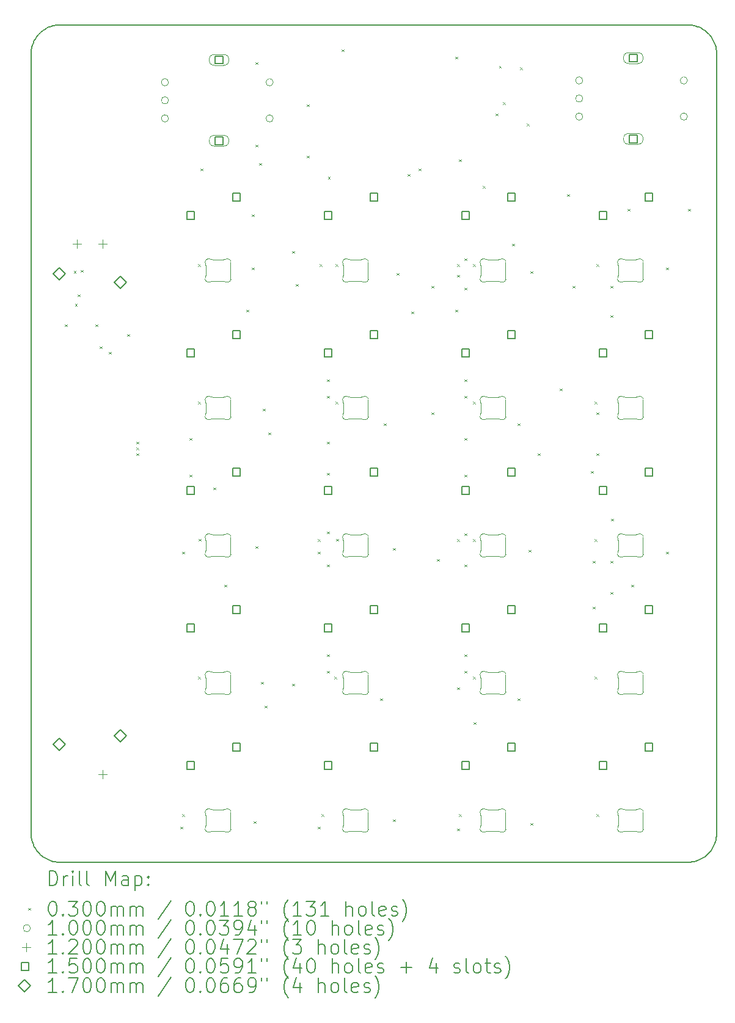
<source format=gbr>
%TF.GenerationSoftware,KiCad,Pcbnew,8.0.5*%
%TF.CreationDate,2024-11-15T15:43:04-05:00*%
%TF.ProjectId,bytesized_macropad,62797465-7369-47a6-9564-5f6d6163726f,rev?*%
%TF.SameCoordinates,Original*%
%TF.FileFunction,Drillmap*%
%TF.FilePolarity,Positive*%
%FSLAX45Y45*%
G04 Gerber Fmt 4.5, Leading zero omitted, Abs format (unit mm)*
G04 Created by KiCad (PCBNEW 8.0.5) date 2024-11-15 15:43:04*
%MOMM*%
%LPD*%
G01*
G04 APERTURE LIST*
%ADD10C,0.200000*%
%ADD11C,0.100000*%
%ADD12C,0.120000*%
%ADD13C,0.150000*%
%ADD14C,0.170000*%
G04 APERTURE END LIST*
D10*
X18212835Y-3075251D02*
X18232535Y-3076717D01*
X18252068Y-3079143D01*
X18271401Y-3082517D01*
X18290500Y-3086823D01*
X18309334Y-3092050D01*
X18327870Y-3098183D01*
X18346074Y-3105208D01*
X18363913Y-3113112D01*
X18381356Y-3121882D01*
X18398370Y-3131504D01*
X18414921Y-3141965D01*
X18430976Y-3153249D01*
X18446503Y-3165346D01*
X18461470Y-3178239D01*
X18475843Y-3191917D01*
X18489521Y-3206290D01*
X18502414Y-3221257D01*
X18514511Y-3236784D01*
X18525796Y-3252840D01*
X18536256Y-3269390D01*
X18545878Y-3286404D01*
X18554648Y-3303846D01*
X18562552Y-3321686D01*
X18569577Y-3339890D01*
X18575710Y-3358426D01*
X18580936Y-3377260D01*
X18585243Y-3396359D01*
X18588616Y-3415692D01*
X18591043Y-3435225D01*
X18592508Y-3454925D01*
X18593000Y-3474760D01*
X18593000Y-14274760D01*
X18592508Y-14294595D01*
X18591043Y-14314295D01*
X18588616Y-14333828D01*
X18585243Y-14353161D01*
X18580936Y-14372260D01*
X18575710Y-14391094D01*
X18569577Y-14409629D01*
X18562552Y-14427833D01*
X18554648Y-14445673D01*
X18545878Y-14463116D01*
X18536256Y-14480130D01*
X18525796Y-14496680D01*
X18514511Y-14512736D01*
X18502414Y-14528263D01*
X18489521Y-14543230D01*
X18475843Y-14557603D01*
X18461470Y-14571281D01*
X18446503Y-14584175D01*
X18430976Y-14596271D01*
X18414921Y-14607556D01*
X18398370Y-14618016D01*
X18381356Y-14627638D01*
X18363913Y-14636408D01*
X18346074Y-14644312D01*
X18327870Y-14651338D01*
X18309334Y-14657470D01*
X18290500Y-14662697D01*
X18271401Y-14667003D01*
X18252068Y-14670377D01*
X18232535Y-14672803D01*
X18212835Y-14674269D01*
X18193000Y-14674760D01*
X9493000Y-14674760D01*
X9473165Y-14674269D01*
X9453465Y-14672803D01*
X9433932Y-14670377D01*
X9414599Y-14667003D01*
X9395500Y-14662697D01*
X9376666Y-14657470D01*
X9358131Y-14651338D01*
X9339927Y-14644312D01*
X9322087Y-14636408D01*
X9304644Y-14627638D01*
X9287631Y-14618016D01*
X9271080Y-14607556D01*
X9255024Y-14596271D01*
X9239497Y-14584175D01*
X9224530Y-14571281D01*
X9210157Y-14557603D01*
X9196480Y-14543230D01*
X9183586Y-14528263D01*
X9171490Y-14512736D01*
X9160205Y-14496680D01*
X9149745Y-14480130D01*
X9140123Y-14463116D01*
X9131353Y-14445673D01*
X9123448Y-14427833D01*
X9116423Y-14409629D01*
X9110290Y-14391094D01*
X9105064Y-14372260D01*
X9100757Y-14353161D01*
X9097384Y-14333828D01*
X9094957Y-14314295D01*
X9093492Y-14294595D01*
X9093000Y-14274760D01*
X9093000Y-3474760D01*
X9093492Y-3454925D01*
X9094957Y-3435225D01*
X9097384Y-3415692D01*
X9100757Y-3396359D01*
X9105064Y-3377260D01*
X9110290Y-3358426D01*
X9116423Y-3339890D01*
X9123448Y-3321686D01*
X9131353Y-3303846D01*
X9140123Y-3286404D01*
X9149745Y-3269390D01*
X9160205Y-3252840D01*
X9171490Y-3236784D01*
X9183586Y-3221257D01*
X9196480Y-3206290D01*
X9210157Y-3191917D01*
X9224530Y-3178239D01*
X9239497Y-3165346D01*
X9255024Y-3153249D01*
X9271080Y-3141965D01*
X9287631Y-3131504D01*
X9304644Y-3121882D01*
X9322087Y-3113112D01*
X9339927Y-3105208D01*
X9358131Y-3098183D01*
X9376666Y-3092050D01*
X9395500Y-3086823D01*
X9414599Y-3082517D01*
X9433932Y-3079143D01*
X9453465Y-3076717D01*
X9473165Y-3075251D01*
X9493000Y-3074760D01*
X18193000Y-3074760D01*
X18212835Y-3075251D01*
D11*
X15324000Y-12262284D02*
X15324000Y-12121716D01*
X15414555Y-12042000D02*
X15573445Y-12042000D01*
X15573445Y-12342000D02*
X15414555Y-12342000D01*
X15664000Y-12121716D02*
X15664000Y-12262284D01*
X15319052Y-12100028D02*
G75*
G02*
X15324000Y-12121716I-45051J-21688D01*
G01*
X15319052Y-12100028D02*
G75*
G02*
X15389329Y-12035170I45052J21688D01*
G01*
X15324000Y-12262284D02*
G75*
G02*
X15319052Y-12283972I-49999J0D01*
G01*
X15389329Y-12348830D02*
G75*
G02*
X15319052Y-12283972I-25226J43170D01*
G01*
X15389329Y-12348830D02*
G75*
G02*
X15414555Y-12342000I25226J-43171D01*
G01*
X15414555Y-12042000D02*
G75*
G02*
X15389329Y-12035170I0J50001D01*
G01*
X15573445Y-12342000D02*
G75*
G02*
X15598671Y-12348830I0J-50001D01*
G01*
X15598671Y-12035170D02*
G75*
G02*
X15573445Y-12042000I-25226J43171D01*
G01*
X15598671Y-12035170D02*
G75*
G02*
X15668948Y-12100028I25226J-43170D01*
G01*
X15664000Y-12121716D02*
G75*
G02*
X15668948Y-12100028I49994J2D01*
G01*
X15668948Y-12283972D02*
G75*
G02*
X15598671Y-12348830I-45051J-21688D01*
G01*
X15668948Y-12283972D02*
G75*
G02*
X15664001Y-12262284I44992J21672D01*
G01*
X11514000Y-10357284D02*
X11514000Y-10216716D01*
X11604555Y-10137000D02*
X11763445Y-10137000D01*
X11763445Y-10437000D02*
X11604555Y-10437000D01*
X11854000Y-10216716D02*
X11854000Y-10357284D01*
X11509052Y-10195028D02*
G75*
G02*
X11514000Y-10216716I-45051J-21688D01*
G01*
X11509052Y-10195028D02*
G75*
G02*
X11579329Y-10130170I45052J21688D01*
G01*
X11514000Y-10357284D02*
G75*
G02*
X11509052Y-10378972I-49999J0D01*
G01*
X11579329Y-10443830D02*
G75*
G02*
X11509052Y-10378972I-25226J43170D01*
G01*
X11579329Y-10443830D02*
G75*
G02*
X11604555Y-10437000I25226J-43171D01*
G01*
X11604555Y-10137000D02*
G75*
G02*
X11579329Y-10130170I0J50001D01*
G01*
X11763445Y-10437000D02*
G75*
G02*
X11788671Y-10443830I0J-50001D01*
G01*
X11788671Y-10130170D02*
G75*
G02*
X11763445Y-10137000I-25226J43171D01*
G01*
X11788671Y-10130170D02*
G75*
G02*
X11858948Y-10195028I25226J-43170D01*
G01*
X11854000Y-10216716D02*
G75*
G02*
X11858948Y-10195028I49994J2D01*
G01*
X11858948Y-10378972D02*
G75*
G02*
X11788671Y-10443830I-45051J-21688D01*
G01*
X11858948Y-10378972D02*
G75*
G02*
X11854001Y-10357284I44992J21672D01*
G01*
X17229000Y-14167284D02*
X17229000Y-14026716D01*
X17319555Y-13947000D02*
X17478445Y-13947000D01*
X17478445Y-14247000D02*
X17319555Y-14247000D01*
X17569000Y-14026716D02*
X17569000Y-14167284D01*
X17224052Y-14005028D02*
G75*
G02*
X17229000Y-14026716I-45051J-21688D01*
G01*
X17224052Y-14005028D02*
G75*
G02*
X17294329Y-13940170I45052J21688D01*
G01*
X17229000Y-14167284D02*
G75*
G02*
X17224052Y-14188972I-49999J0D01*
G01*
X17294329Y-14253830D02*
G75*
G02*
X17224052Y-14188972I-25226J43170D01*
G01*
X17294329Y-14253830D02*
G75*
G02*
X17319555Y-14247000I25226J-43171D01*
G01*
X17319555Y-13947000D02*
G75*
G02*
X17294329Y-13940170I0J50001D01*
G01*
X17478445Y-14247000D02*
G75*
G02*
X17503671Y-14253830I0J-50001D01*
G01*
X17503671Y-13940170D02*
G75*
G02*
X17478445Y-13947000I-25226J43171D01*
G01*
X17503671Y-13940170D02*
G75*
G02*
X17573948Y-14005028I25226J-43170D01*
G01*
X17569000Y-14026716D02*
G75*
G02*
X17573948Y-14005028I49994J2D01*
G01*
X17573948Y-14188972D02*
G75*
G02*
X17503671Y-14253830I-45051J-21688D01*
G01*
X17573948Y-14188972D02*
G75*
G02*
X17569001Y-14167284I44992J21672D01*
G01*
X15324000Y-6547284D02*
X15324000Y-6406716D01*
X15414555Y-6327000D02*
X15573445Y-6327000D01*
X15573445Y-6627000D02*
X15414555Y-6627000D01*
X15664000Y-6406716D02*
X15664000Y-6547284D01*
X15319052Y-6385028D02*
G75*
G02*
X15324000Y-6406716I-45051J-21688D01*
G01*
X15319052Y-6385028D02*
G75*
G02*
X15389329Y-6320170I45052J21688D01*
G01*
X15324000Y-6547284D02*
G75*
G02*
X15319052Y-6568972I-49999J0D01*
G01*
X15389329Y-6633830D02*
G75*
G02*
X15319052Y-6568972I-25226J43170D01*
G01*
X15389329Y-6633830D02*
G75*
G02*
X15414555Y-6627000I25226J-43171D01*
G01*
X15414555Y-6327000D02*
G75*
G02*
X15389329Y-6320170I0J50001D01*
G01*
X15573445Y-6627000D02*
G75*
G02*
X15598671Y-6633830I0J-50001D01*
G01*
X15598671Y-6320170D02*
G75*
G02*
X15573445Y-6327000I-25226J43171D01*
G01*
X15598671Y-6320170D02*
G75*
G02*
X15668948Y-6385028I25226J-43170D01*
G01*
X15664000Y-6406716D02*
G75*
G02*
X15668948Y-6385028I49994J2D01*
G01*
X15668948Y-6568972D02*
G75*
G02*
X15598671Y-6633830I-45051J-21688D01*
G01*
X15668948Y-6568972D02*
G75*
G02*
X15664001Y-6547284I44992J21672D01*
G01*
X15324000Y-8452284D02*
X15324000Y-8311716D01*
X15414555Y-8232000D02*
X15573445Y-8232000D01*
X15573445Y-8532000D02*
X15414555Y-8532000D01*
X15664000Y-8311716D02*
X15664000Y-8452284D01*
X15319052Y-8290028D02*
G75*
G02*
X15324000Y-8311716I-45051J-21688D01*
G01*
X15319052Y-8290028D02*
G75*
G02*
X15389329Y-8225170I45052J21688D01*
G01*
X15324000Y-8452284D02*
G75*
G02*
X15319052Y-8473972I-49999J0D01*
G01*
X15389329Y-8538830D02*
G75*
G02*
X15319052Y-8473972I-25226J43170D01*
G01*
X15389329Y-8538830D02*
G75*
G02*
X15414555Y-8532000I25226J-43171D01*
G01*
X15414555Y-8232000D02*
G75*
G02*
X15389329Y-8225170I0J50001D01*
G01*
X15573445Y-8532000D02*
G75*
G02*
X15598671Y-8538830I0J-50001D01*
G01*
X15598671Y-8225170D02*
G75*
G02*
X15573445Y-8232000I-25226J43171D01*
G01*
X15598671Y-8225170D02*
G75*
G02*
X15668948Y-8290028I25226J-43170D01*
G01*
X15664000Y-8311716D02*
G75*
G02*
X15668948Y-8290028I49994J2D01*
G01*
X15668948Y-8473972D02*
G75*
G02*
X15598671Y-8538830I-45051J-21688D01*
G01*
X15668948Y-8473972D02*
G75*
G02*
X15664001Y-8452284I44992J21672D01*
G01*
X15324000Y-10357284D02*
X15324000Y-10216716D01*
X15414555Y-10137000D02*
X15573445Y-10137000D01*
X15573445Y-10437000D02*
X15414555Y-10437000D01*
X15664000Y-10216716D02*
X15664000Y-10357284D01*
X15319052Y-10195028D02*
G75*
G02*
X15324000Y-10216716I-45051J-21688D01*
G01*
X15319052Y-10195028D02*
G75*
G02*
X15389329Y-10130170I45052J21688D01*
G01*
X15324000Y-10357284D02*
G75*
G02*
X15319052Y-10378972I-49999J0D01*
G01*
X15389329Y-10443830D02*
G75*
G02*
X15319052Y-10378972I-25226J43170D01*
G01*
X15389329Y-10443830D02*
G75*
G02*
X15414555Y-10437000I25226J-43171D01*
G01*
X15414555Y-10137000D02*
G75*
G02*
X15389329Y-10130170I0J50001D01*
G01*
X15573445Y-10437000D02*
G75*
G02*
X15598671Y-10443830I0J-50001D01*
G01*
X15598671Y-10130170D02*
G75*
G02*
X15573445Y-10137000I-25226J43171D01*
G01*
X15598671Y-10130170D02*
G75*
G02*
X15668948Y-10195028I25226J-43170D01*
G01*
X15664000Y-10216716D02*
G75*
G02*
X15668948Y-10195028I49994J2D01*
G01*
X15668948Y-10378972D02*
G75*
G02*
X15598671Y-10443830I-45051J-21688D01*
G01*
X15668948Y-10378972D02*
G75*
G02*
X15664001Y-10357284I44992J21672D01*
G01*
X17229000Y-8452284D02*
X17229000Y-8311716D01*
X17319555Y-8232000D02*
X17478445Y-8232000D01*
X17478445Y-8532000D02*
X17319555Y-8532000D01*
X17569000Y-8311716D02*
X17569000Y-8452284D01*
X17224052Y-8290028D02*
G75*
G02*
X17229000Y-8311716I-45051J-21688D01*
G01*
X17224052Y-8290028D02*
G75*
G02*
X17294329Y-8225170I45052J21688D01*
G01*
X17229000Y-8452284D02*
G75*
G02*
X17224052Y-8473972I-49999J0D01*
G01*
X17294329Y-8538830D02*
G75*
G02*
X17224052Y-8473972I-25226J43170D01*
G01*
X17294329Y-8538830D02*
G75*
G02*
X17319555Y-8532000I25226J-43171D01*
G01*
X17319555Y-8232000D02*
G75*
G02*
X17294329Y-8225170I0J50001D01*
G01*
X17478445Y-8532000D02*
G75*
G02*
X17503671Y-8538830I0J-50001D01*
G01*
X17503671Y-8225170D02*
G75*
G02*
X17478445Y-8232000I-25226J43171D01*
G01*
X17503671Y-8225170D02*
G75*
G02*
X17573948Y-8290028I25226J-43170D01*
G01*
X17569000Y-8311716D02*
G75*
G02*
X17573948Y-8290028I49994J2D01*
G01*
X17573948Y-8473972D02*
G75*
G02*
X17503671Y-8538830I-45051J-21688D01*
G01*
X17573948Y-8473972D02*
G75*
G02*
X17569001Y-8452284I44992J21672D01*
G01*
X11514000Y-14167284D02*
X11514000Y-14026716D01*
X11604555Y-13947000D02*
X11763445Y-13947000D01*
X11763445Y-14247000D02*
X11604555Y-14247000D01*
X11854000Y-14026716D02*
X11854000Y-14167284D01*
X11509052Y-14005028D02*
G75*
G02*
X11514000Y-14026716I-45051J-21688D01*
G01*
X11509052Y-14005028D02*
G75*
G02*
X11579329Y-13940170I45052J21688D01*
G01*
X11514000Y-14167284D02*
G75*
G02*
X11509052Y-14188972I-49999J0D01*
G01*
X11579329Y-14253830D02*
G75*
G02*
X11509052Y-14188972I-25226J43170D01*
G01*
X11579329Y-14253830D02*
G75*
G02*
X11604555Y-14247000I25226J-43171D01*
G01*
X11604555Y-13947000D02*
G75*
G02*
X11579329Y-13940170I0J50001D01*
G01*
X11763445Y-14247000D02*
G75*
G02*
X11788671Y-14253830I0J-50001D01*
G01*
X11788671Y-13940170D02*
G75*
G02*
X11763445Y-13947000I-25226J43171D01*
G01*
X11788671Y-13940170D02*
G75*
G02*
X11858948Y-14005028I25226J-43170D01*
G01*
X11854000Y-14026716D02*
G75*
G02*
X11858948Y-14005028I49994J2D01*
G01*
X11858948Y-14188972D02*
G75*
G02*
X11788671Y-14253830I-45051J-21688D01*
G01*
X11858948Y-14188972D02*
G75*
G02*
X11854001Y-14167284I44992J21672D01*
G01*
X11514000Y-12262284D02*
X11514000Y-12121716D01*
X11604555Y-12042000D02*
X11763445Y-12042000D01*
X11763445Y-12342000D02*
X11604555Y-12342000D01*
X11854000Y-12121716D02*
X11854000Y-12262284D01*
X11509052Y-12100028D02*
G75*
G02*
X11514000Y-12121716I-45051J-21688D01*
G01*
X11509052Y-12100028D02*
G75*
G02*
X11579329Y-12035170I45052J21688D01*
G01*
X11514000Y-12262284D02*
G75*
G02*
X11509052Y-12283972I-49999J0D01*
G01*
X11579329Y-12348830D02*
G75*
G02*
X11509052Y-12283972I-25226J43170D01*
G01*
X11579329Y-12348830D02*
G75*
G02*
X11604555Y-12342000I25226J-43171D01*
G01*
X11604555Y-12042000D02*
G75*
G02*
X11579329Y-12035170I0J50001D01*
G01*
X11763445Y-12342000D02*
G75*
G02*
X11788671Y-12348830I0J-50001D01*
G01*
X11788671Y-12035170D02*
G75*
G02*
X11763445Y-12042000I-25226J43171D01*
G01*
X11788671Y-12035170D02*
G75*
G02*
X11858948Y-12100028I25226J-43170D01*
G01*
X11854000Y-12121716D02*
G75*
G02*
X11858948Y-12100028I49994J2D01*
G01*
X11858948Y-12283972D02*
G75*
G02*
X11788671Y-12348830I-45051J-21688D01*
G01*
X11858948Y-12283972D02*
G75*
G02*
X11854001Y-12262284I44992J21672D01*
G01*
X17229000Y-12262284D02*
X17229000Y-12121716D01*
X17319555Y-12042000D02*
X17478445Y-12042000D01*
X17478445Y-12342000D02*
X17319555Y-12342000D01*
X17569000Y-12121716D02*
X17569000Y-12262284D01*
X17224052Y-12100028D02*
G75*
G02*
X17229000Y-12121716I-45051J-21688D01*
G01*
X17224052Y-12100028D02*
G75*
G02*
X17294329Y-12035170I45052J21688D01*
G01*
X17229000Y-12262284D02*
G75*
G02*
X17224052Y-12283972I-49999J0D01*
G01*
X17294329Y-12348830D02*
G75*
G02*
X17224052Y-12283972I-25226J43170D01*
G01*
X17294329Y-12348830D02*
G75*
G02*
X17319555Y-12342000I25226J-43171D01*
G01*
X17319555Y-12042000D02*
G75*
G02*
X17294329Y-12035170I0J50001D01*
G01*
X17478445Y-12342000D02*
G75*
G02*
X17503671Y-12348830I0J-50001D01*
G01*
X17503671Y-12035170D02*
G75*
G02*
X17478445Y-12042000I-25226J43171D01*
G01*
X17503671Y-12035170D02*
G75*
G02*
X17573948Y-12100028I25226J-43170D01*
G01*
X17569000Y-12121716D02*
G75*
G02*
X17573948Y-12100028I49994J2D01*
G01*
X17573948Y-12283972D02*
G75*
G02*
X17503671Y-12348830I-45051J-21688D01*
G01*
X17573948Y-12283972D02*
G75*
G02*
X17569001Y-12262284I44992J21672D01*
G01*
X11514000Y-6547284D02*
X11514000Y-6406716D01*
X11604555Y-6327000D02*
X11763445Y-6327000D01*
X11763445Y-6627000D02*
X11604555Y-6627000D01*
X11854000Y-6406716D02*
X11854000Y-6547284D01*
X11509052Y-6385028D02*
G75*
G02*
X11514000Y-6406716I-45051J-21688D01*
G01*
X11509052Y-6385028D02*
G75*
G02*
X11579329Y-6320170I45052J21688D01*
G01*
X11514000Y-6547284D02*
G75*
G02*
X11509052Y-6568972I-49999J0D01*
G01*
X11579329Y-6633830D02*
G75*
G02*
X11509052Y-6568972I-25226J43170D01*
G01*
X11579329Y-6633830D02*
G75*
G02*
X11604555Y-6627000I25226J-43171D01*
G01*
X11604555Y-6327000D02*
G75*
G02*
X11579329Y-6320170I0J50001D01*
G01*
X11763445Y-6627000D02*
G75*
G02*
X11788671Y-6633830I0J-50001D01*
G01*
X11788671Y-6320170D02*
G75*
G02*
X11763445Y-6327000I-25226J43171D01*
G01*
X11788671Y-6320170D02*
G75*
G02*
X11858948Y-6385028I25226J-43170D01*
G01*
X11854000Y-6406716D02*
G75*
G02*
X11858948Y-6385028I49994J2D01*
G01*
X11858948Y-6568972D02*
G75*
G02*
X11788671Y-6633830I-45051J-21688D01*
G01*
X11858948Y-6568972D02*
G75*
G02*
X11854001Y-6547284I44992J21672D01*
G01*
X13419000Y-6547284D02*
X13419000Y-6406716D01*
X13509555Y-6327000D02*
X13668445Y-6327000D01*
X13668445Y-6627000D02*
X13509555Y-6627000D01*
X13759000Y-6406716D02*
X13759000Y-6547284D01*
X13414052Y-6385028D02*
G75*
G02*
X13419000Y-6406716I-45051J-21688D01*
G01*
X13414052Y-6385028D02*
G75*
G02*
X13484329Y-6320170I45052J21688D01*
G01*
X13419000Y-6547284D02*
G75*
G02*
X13414052Y-6568972I-49999J0D01*
G01*
X13484329Y-6633830D02*
G75*
G02*
X13414052Y-6568972I-25226J43170D01*
G01*
X13484329Y-6633830D02*
G75*
G02*
X13509555Y-6627000I25226J-43171D01*
G01*
X13509555Y-6327000D02*
G75*
G02*
X13484329Y-6320170I0J50001D01*
G01*
X13668445Y-6627000D02*
G75*
G02*
X13693671Y-6633830I0J-50001D01*
G01*
X13693671Y-6320170D02*
G75*
G02*
X13668445Y-6327000I-25226J43171D01*
G01*
X13693671Y-6320170D02*
G75*
G02*
X13763948Y-6385028I25226J-43170D01*
G01*
X13759000Y-6406716D02*
G75*
G02*
X13763948Y-6385028I49994J2D01*
G01*
X13763948Y-6568972D02*
G75*
G02*
X13693671Y-6633830I-45051J-21688D01*
G01*
X13763948Y-6568972D02*
G75*
G02*
X13759001Y-6547284I44992J21672D01*
G01*
X17229000Y-6547284D02*
X17229000Y-6406716D01*
X17319555Y-6327000D02*
X17478445Y-6327000D01*
X17478445Y-6627000D02*
X17319555Y-6627000D01*
X17569000Y-6406716D02*
X17569000Y-6547284D01*
X17224052Y-6385028D02*
G75*
G02*
X17229000Y-6406716I-45051J-21688D01*
G01*
X17224052Y-6385028D02*
G75*
G02*
X17294329Y-6320170I45052J21688D01*
G01*
X17229000Y-6547284D02*
G75*
G02*
X17224052Y-6568972I-49999J0D01*
G01*
X17294329Y-6633830D02*
G75*
G02*
X17224052Y-6568972I-25226J43170D01*
G01*
X17294329Y-6633830D02*
G75*
G02*
X17319555Y-6627000I25226J-43171D01*
G01*
X17319555Y-6327000D02*
G75*
G02*
X17294329Y-6320170I0J50001D01*
G01*
X17478445Y-6627000D02*
G75*
G02*
X17503671Y-6633830I0J-50001D01*
G01*
X17503671Y-6320170D02*
G75*
G02*
X17478445Y-6327000I-25226J43171D01*
G01*
X17503671Y-6320170D02*
G75*
G02*
X17573948Y-6385028I25226J-43170D01*
G01*
X17569000Y-6406716D02*
G75*
G02*
X17573948Y-6385028I49994J2D01*
G01*
X17573948Y-6568972D02*
G75*
G02*
X17503671Y-6633830I-45051J-21688D01*
G01*
X17573948Y-6568972D02*
G75*
G02*
X17569001Y-6547284I44992J21672D01*
G01*
X13419000Y-10357284D02*
X13419000Y-10216716D01*
X13509555Y-10137000D02*
X13668445Y-10137000D01*
X13668445Y-10437000D02*
X13509555Y-10437000D01*
X13759000Y-10216716D02*
X13759000Y-10357284D01*
X13414052Y-10195028D02*
G75*
G02*
X13419000Y-10216716I-45051J-21688D01*
G01*
X13414052Y-10195028D02*
G75*
G02*
X13484329Y-10130170I45052J21688D01*
G01*
X13419000Y-10357284D02*
G75*
G02*
X13414052Y-10378972I-49999J0D01*
G01*
X13484329Y-10443830D02*
G75*
G02*
X13414052Y-10378972I-25226J43170D01*
G01*
X13484329Y-10443830D02*
G75*
G02*
X13509555Y-10437000I25226J-43171D01*
G01*
X13509555Y-10137000D02*
G75*
G02*
X13484329Y-10130170I0J50001D01*
G01*
X13668445Y-10437000D02*
G75*
G02*
X13693671Y-10443830I0J-50001D01*
G01*
X13693671Y-10130170D02*
G75*
G02*
X13668445Y-10137000I-25226J43171D01*
G01*
X13693671Y-10130170D02*
G75*
G02*
X13763948Y-10195028I25226J-43170D01*
G01*
X13759000Y-10216716D02*
G75*
G02*
X13763948Y-10195028I49994J2D01*
G01*
X13763948Y-10378972D02*
G75*
G02*
X13693671Y-10443830I-45051J-21688D01*
G01*
X13763948Y-10378972D02*
G75*
G02*
X13759001Y-10357284I44992J21672D01*
G01*
X15324000Y-14167284D02*
X15324000Y-14026716D01*
X15414555Y-13947000D02*
X15573445Y-13947000D01*
X15573445Y-14247000D02*
X15414555Y-14247000D01*
X15664000Y-14026716D02*
X15664000Y-14167284D01*
X15319052Y-14005028D02*
G75*
G02*
X15324000Y-14026716I-45051J-21688D01*
G01*
X15319052Y-14005028D02*
G75*
G02*
X15389329Y-13940170I45052J21688D01*
G01*
X15324000Y-14167284D02*
G75*
G02*
X15319052Y-14188972I-49999J0D01*
G01*
X15389329Y-14253830D02*
G75*
G02*
X15319052Y-14188972I-25226J43170D01*
G01*
X15389329Y-14253830D02*
G75*
G02*
X15414555Y-14247000I25226J-43171D01*
G01*
X15414555Y-13947000D02*
G75*
G02*
X15389329Y-13940170I0J50001D01*
G01*
X15573445Y-14247000D02*
G75*
G02*
X15598671Y-14253830I0J-50001D01*
G01*
X15598671Y-13940170D02*
G75*
G02*
X15573445Y-13947000I-25226J43171D01*
G01*
X15598671Y-13940170D02*
G75*
G02*
X15668948Y-14005028I25226J-43170D01*
G01*
X15664000Y-14026716D02*
G75*
G02*
X15668948Y-14005028I49994J2D01*
G01*
X15668948Y-14188972D02*
G75*
G02*
X15598671Y-14253830I-45051J-21688D01*
G01*
X15668948Y-14188972D02*
G75*
G02*
X15664001Y-14167284I44992J21672D01*
G01*
X11514000Y-8452284D02*
X11514000Y-8311716D01*
X11604555Y-8232000D02*
X11763445Y-8232000D01*
X11763445Y-8532000D02*
X11604555Y-8532000D01*
X11854000Y-8311716D02*
X11854000Y-8452284D01*
X11509052Y-8290028D02*
G75*
G02*
X11514000Y-8311716I-45051J-21688D01*
G01*
X11509052Y-8290028D02*
G75*
G02*
X11579329Y-8225170I45052J21688D01*
G01*
X11514000Y-8452284D02*
G75*
G02*
X11509052Y-8473972I-49999J0D01*
G01*
X11579329Y-8538830D02*
G75*
G02*
X11509052Y-8473972I-25226J43170D01*
G01*
X11579329Y-8538830D02*
G75*
G02*
X11604555Y-8532000I25226J-43171D01*
G01*
X11604555Y-8232000D02*
G75*
G02*
X11579329Y-8225170I0J50001D01*
G01*
X11763445Y-8532000D02*
G75*
G02*
X11788671Y-8538830I0J-50001D01*
G01*
X11788671Y-8225170D02*
G75*
G02*
X11763445Y-8232000I-25226J43171D01*
G01*
X11788671Y-8225170D02*
G75*
G02*
X11858948Y-8290028I25226J-43170D01*
G01*
X11854000Y-8311716D02*
G75*
G02*
X11858948Y-8290028I49994J2D01*
G01*
X11858948Y-8473972D02*
G75*
G02*
X11788671Y-8538830I-45051J-21688D01*
G01*
X11858948Y-8473972D02*
G75*
G02*
X11854001Y-8452284I44992J21672D01*
G01*
X13419000Y-14167284D02*
X13419000Y-14026716D01*
X13509555Y-13947000D02*
X13668445Y-13947000D01*
X13668445Y-14247000D02*
X13509555Y-14247000D01*
X13759000Y-14026716D02*
X13759000Y-14167284D01*
X13414052Y-14005028D02*
G75*
G02*
X13419000Y-14026716I-45051J-21688D01*
G01*
X13414052Y-14005028D02*
G75*
G02*
X13484329Y-13940170I45052J21688D01*
G01*
X13419000Y-14167284D02*
G75*
G02*
X13414052Y-14188972I-49999J0D01*
G01*
X13484329Y-14253830D02*
G75*
G02*
X13414052Y-14188972I-25226J43170D01*
G01*
X13484329Y-14253830D02*
G75*
G02*
X13509555Y-14247000I25226J-43171D01*
G01*
X13509555Y-13947000D02*
G75*
G02*
X13484329Y-13940170I0J50001D01*
G01*
X13668445Y-14247000D02*
G75*
G02*
X13693671Y-14253830I0J-50001D01*
G01*
X13693671Y-13940170D02*
G75*
G02*
X13668445Y-13947000I-25226J43171D01*
G01*
X13693671Y-13940170D02*
G75*
G02*
X13763948Y-14005028I25226J-43170D01*
G01*
X13759000Y-14026716D02*
G75*
G02*
X13763948Y-14005028I49994J2D01*
G01*
X13763948Y-14188972D02*
G75*
G02*
X13693671Y-14253830I-45051J-21688D01*
G01*
X13763948Y-14188972D02*
G75*
G02*
X13759001Y-14167284I44992J21672D01*
G01*
X13419000Y-8452284D02*
X13419000Y-8311716D01*
X13509555Y-8232000D02*
X13668445Y-8232000D01*
X13668445Y-8532000D02*
X13509555Y-8532000D01*
X13759000Y-8311716D02*
X13759000Y-8452284D01*
X13414052Y-8290028D02*
G75*
G02*
X13419000Y-8311716I-45051J-21688D01*
G01*
X13414052Y-8290028D02*
G75*
G02*
X13484329Y-8225170I45052J21688D01*
G01*
X13419000Y-8452284D02*
G75*
G02*
X13414052Y-8473972I-49999J0D01*
G01*
X13484329Y-8538830D02*
G75*
G02*
X13414052Y-8473972I-25226J43170D01*
G01*
X13484329Y-8538830D02*
G75*
G02*
X13509555Y-8532000I25226J-43171D01*
G01*
X13509555Y-8232000D02*
G75*
G02*
X13484329Y-8225170I0J50001D01*
G01*
X13668445Y-8532000D02*
G75*
G02*
X13693671Y-8538830I0J-50001D01*
G01*
X13693671Y-8225170D02*
G75*
G02*
X13668445Y-8232000I-25226J43171D01*
G01*
X13693671Y-8225170D02*
G75*
G02*
X13763948Y-8290028I25226J-43170D01*
G01*
X13759000Y-8311716D02*
G75*
G02*
X13763948Y-8290028I49994J2D01*
G01*
X13763948Y-8473972D02*
G75*
G02*
X13693671Y-8538830I-45051J-21688D01*
G01*
X13763948Y-8473972D02*
G75*
G02*
X13759001Y-8452284I44992J21672D01*
G01*
X17229000Y-10357284D02*
X17229000Y-10216716D01*
X17319555Y-10137000D02*
X17478445Y-10137000D01*
X17478445Y-10437000D02*
X17319555Y-10437000D01*
X17569000Y-10216716D02*
X17569000Y-10357284D01*
X17224052Y-10195028D02*
G75*
G02*
X17229000Y-10216716I-45051J-21688D01*
G01*
X17224052Y-10195028D02*
G75*
G02*
X17294329Y-10130170I45052J21688D01*
G01*
X17229000Y-10357284D02*
G75*
G02*
X17224052Y-10378972I-49999J0D01*
G01*
X17294329Y-10443830D02*
G75*
G02*
X17224052Y-10378972I-25226J43170D01*
G01*
X17294329Y-10443830D02*
G75*
G02*
X17319555Y-10437000I25226J-43171D01*
G01*
X17319555Y-10137000D02*
G75*
G02*
X17294329Y-10130170I0J50001D01*
G01*
X17478445Y-10437000D02*
G75*
G02*
X17503671Y-10443830I0J-50001D01*
G01*
X17503671Y-10130170D02*
G75*
G02*
X17478445Y-10137000I-25226J43171D01*
G01*
X17503671Y-10130170D02*
G75*
G02*
X17573948Y-10195028I25226J-43170D01*
G01*
X17569000Y-10216716D02*
G75*
G02*
X17573948Y-10195028I49994J2D01*
G01*
X17573948Y-10378972D02*
G75*
G02*
X17503671Y-10443830I-45051J-21688D01*
G01*
X17573948Y-10378972D02*
G75*
G02*
X17569001Y-10357284I44992J21672D01*
G01*
X13419000Y-12262284D02*
X13419000Y-12121716D01*
X13509555Y-12042000D02*
X13668445Y-12042000D01*
X13668445Y-12342000D02*
X13509555Y-12342000D01*
X13759000Y-12121716D02*
X13759000Y-12262284D01*
X13414052Y-12100028D02*
G75*
G02*
X13419000Y-12121716I-45051J-21688D01*
G01*
X13414052Y-12100028D02*
G75*
G02*
X13484329Y-12035170I45052J21688D01*
G01*
X13419000Y-12262284D02*
G75*
G02*
X13414052Y-12283972I-49999J0D01*
G01*
X13484329Y-12348830D02*
G75*
G02*
X13414052Y-12283972I-25226J43170D01*
G01*
X13484329Y-12348830D02*
G75*
G02*
X13509555Y-12342000I25226J-43171D01*
G01*
X13509555Y-12042000D02*
G75*
G02*
X13484329Y-12035170I0J50001D01*
G01*
X13668445Y-12342000D02*
G75*
G02*
X13693671Y-12348830I0J-50001D01*
G01*
X13693671Y-12035170D02*
G75*
G02*
X13668445Y-12042000I-25226J43171D01*
G01*
X13693671Y-12035170D02*
G75*
G02*
X13763948Y-12100028I25226J-43170D01*
G01*
X13759000Y-12121716D02*
G75*
G02*
X13763948Y-12100028I49994J2D01*
G01*
X13763948Y-12283972D02*
G75*
G02*
X13693671Y-12348830I-45051J-21688D01*
G01*
X13763948Y-12283972D02*
G75*
G02*
X13759001Y-12262284I44992J21672D01*
G01*
D10*
D11*
X9560800Y-7224000D02*
X9590800Y-7254000D01*
X9590800Y-7224000D02*
X9560800Y-7254000D01*
X9683990Y-6482320D02*
X9713990Y-6512320D01*
X9713990Y-6482320D02*
X9683990Y-6512320D01*
X9700500Y-6936980D02*
X9730500Y-6966980D01*
X9730500Y-6936980D02*
X9700500Y-6966980D01*
X9741140Y-6807440D02*
X9771140Y-6837440D01*
X9771140Y-6807440D02*
X9741140Y-6837440D01*
X9779240Y-6469620D02*
X9809240Y-6499620D01*
X9809240Y-6469620D02*
X9779240Y-6499620D01*
X9983150Y-7222000D02*
X10013150Y-7252000D01*
X10013150Y-7222000D02*
X9983150Y-7252000D01*
X10043400Y-7528800D02*
X10073400Y-7558800D01*
X10073400Y-7528800D02*
X10043400Y-7558800D01*
X10170400Y-7605000D02*
X10200400Y-7635000D01*
X10200400Y-7605000D02*
X10170400Y-7635000D01*
X10424400Y-7357000D02*
X10454400Y-7387000D01*
X10454400Y-7357000D02*
X10424400Y-7387000D01*
X10551400Y-8849600D02*
X10581400Y-8879600D01*
X10581400Y-8849600D02*
X10551400Y-8879600D01*
X10551400Y-8929600D02*
X10581400Y-8959600D01*
X10581400Y-8929600D02*
X10551400Y-8959600D01*
X10551400Y-9009601D02*
X10581400Y-9039601D01*
X10581400Y-9009601D02*
X10551400Y-9039601D01*
X11161000Y-14183600D02*
X11191000Y-14213600D01*
X11191000Y-14183600D02*
X11161000Y-14213600D01*
X11186400Y-10373600D02*
X11216400Y-10403600D01*
X11216400Y-10373600D02*
X11186400Y-10403600D01*
X11186400Y-14007000D02*
X11216400Y-14037000D01*
X11216400Y-14007000D02*
X11186400Y-14037000D01*
X11288000Y-8798800D02*
X11318000Y-8828800D01*
X11318000Y-8798800D02*
X11288000Y-8828800D01*
X11288000Y-9306800D02*
X11318000Y-9336800D01*
X11318000Y-9306800D02*
X11288000Y-9336800D01*
X11409000Y-6387000D02*
X11439000Y-6417000D01*
X11439000Y-6387000D02*
X11409000Y-6417000D01*
X11409000Y-8292000D02*
X11439000Y-8322000D01*
X11439000Y-8292000D02*
X11409000Y-8322000D01*
X11409000Y-12102000D02*
X11439000Y-12132000D01*
X11439000Y-12102000D02*
X11409000Y-12132000D01*
X11415000Y-10195800D02*
X11445000Y-10225800D01*
X11445000Y-10195800D02*
X11415000Y-10225800D01*
X11440400Y-5065000D02*
X11470400Y-5095000D01*
X11470400Y-5065000D02*
X11440400Y-5095000D01*
X11618200Y-9484600D02*
X11648200Y-9514600D01*
X11648200Y-9484600D02*
X11618200Y-9514600D01*
X11770600Y-10830800D02*
X11800600Y-10860800D01*
X11800600Y-10830800D02*
X11770600Y-10860800D01*
X12075400Y-7020800D02*
X12105400Y-7050800D01*
X12105400Y-7020800D02*
X12075400Y-7050800D01*
X12151600Y-5700000D02*
X12181600Y-5730000D01*
X12181600Y-5700000D02*
X12151600Y-5730000D01*
X12151600Y-6436600D02*
X12181600Y-6466600D01*
X12181600Y-6436600D02*
X12151600Y-6466600D01*
X12177000Y-14107400D02*
X12207000Y-14137400D01*
X12207000Y-14107400D02*
X12177000Y-14137400D01*
X12202400Y-3591800D02*
X12232400Y-3621800D01*
X12232400Y-3591800D02*
X12202400Y-3621800D01*
X12202400Y-4734800D02*
X12232400Y-4764800D01*
X12232400Y-4734800D02*
X12202400Y-4764800D01*
X12202400Y-10297400D02*
X12232400Y-10327400D01*
X12232400Y-10297400D02*
X12202400Y-10327400D01*
X12253200Y-4988800D02*
X12283200Y-5018800D01*
X12283200Y-4988800D02*
X12253200Y-5018800D01*
X12278600Y-12177000D02*
X12308600Y-12207000D01*
X12308600Y-12177000D02*
X12278600Y-12207000D01*
X12304000Y-8392400D02*
X12334000Y-8422400D01*
X12334000Y-8392400D02*
X12304000Y-8422400D01*
X12329400Y-12507200D02*
X12359400Y-12537200D01*
X12359400Y-12507200D02*
X12329400Y-12537200D01*
X12380200Y-8722600D02*
X12410200Y-8752600D01*
X12410200Y-8722600D02*
X12380200Y-8752600D01*
X12710400Y-6208000D02*
X12740400Y-6238000D01*
X12740400Y-6208000D02*
X12710400Y-6238000D01*
X12710400Y-12202400D02*
X12740400Y-12232400D01*
X12740400Y-12202400D02*
X12710400Y-12232400D01*
X12761200Y-6665200D02*
X12791200Y-6695200D01*
X12791200Y-6665200D02*
X12761200Y-6695200D01*
X12913600Y-4176000D02*
X12943600Y-4206000D01*
X12943600Y-4176000D02*
X12913600Y-4206000D01*
X12914700Y-4886100D02*
X12944700Y-4916100D01*
X12944700Y-4886100D02*
X12914700Y-4916100D01*
X13066000Y-10197000D02*
X13096000Y-10227000D01*
X13096000Y-10197000D02*
X13066000Y-10227000D01*
X13066000Y-10373600D02*
X13096000Y-10403600D01*
X13096000Y-10373600D02*
X13066000Y-10403600D01*
X13066000Y-14183600D02*
X13096000Y-14213600D01*
X13096000Y-14183600D02*
X13066000Y-14213600D01*
X13091400Y-6387000D02*
X13121400Y-6417000D01*
X13121400Y-6387000D02*
X13091400Y-6417000D01*
X13116800Y-14007000D02*
X13146800Y-14037000D01*
X13146800Y-14007000D02*
X13116800Y-14037000D01*
X13193000Y-7986000D02*
X13223000Y-8016000D01*
X13223000Y-7986000D02*
X13193000Y-8016000D01*
X13193000Y-8214600D02*
X13223000Y-8244600D01*
X13223000Y-8214600D02*
X13193000Y-8244600D01*
X13193000Y-8849600D02*
X13223000Y-8879600D01*
X13223000Y-8849600D02*
X13193000Y-8879600D01*
X13193000Y-9281400D02*
X13223000Y-9311400D01*
X13223000Y-9281400D02*
X13193000Y-9311400D01*
X13193000Y-10094200D02*
X13223000Y-10124200D01*
X13223000Y-10094200D02*
X13193000Y-10124200D01*
X13193000Y-10551400D02*
X13223000Y-10581400D01*
X13223000Y-10551400D02*
X13193000Y-10581400D01*
X13193000Y-11796000D02*
X13223000Y-11826000D01*
X13223000Y-11796000D02*
X13193000Y-11826000D01*
X13193000Y-12024600D02*
X13223000Y-12054600D01*
X13223000Y-12024600D02*
X13193000Y-12054600D01*
X13206800Y-5178200D02*
X13236800Y-5208200D01*
X13236800Y-5178200D02*
X13206800Y-5208200D01*
X13294600Y-12102000D02*
X13324600Y-12132000D01*
X13324600Y-12102000D02*
X13294600Y-12132000D01*
X13314000Y-6387000D02*
X13344000Y-6417000D01*
X13344000Y-6387000D02*
X13314000Y-6417000D01*
X13314000Y-8292000D02*
X13344000Y-8322000D01*
X13344000Y-8292000D02*
X13314000Y-8322000D01*
X13320000Y-10195800D02*
X13350000Y-10225800D01*
X13350000Y-10195800D02*
X13320000Y-10225800D01*
X13396200Y-3414000D02*
X13426200Y-3444000D01*
X13426200Y-3414000D02*
X13396200Y-3444000D01*
X13929600Y-12405600D02*
X13959600Y-12435600D01*
X13959600Y-12405600D02*
X13929600Y-12435600D01*
X13980400Y-8595600D02*
X14010400Y-8625600D01*
X14010400Y-8595600D02*
X13980400Y-8625600D01*
X14107400Y-10322800D02*
X14137400Y-10352800D01*
X14137400Y-10322800D02*
X14107400Y-10352800D01*
X14107400Y-14082000D02*
X14137400Y-14112000D01*
X14137400Y-14082000D02*
X14107400Y-14112000D01*
X14158200Y-6512800D02*
X14188200Y-6542800D01*
X14188200Y-6512800D02*
X14158200Y-6542800D01*
X14310600Y-5141200D02*
X14340600Y-5171200D01*
X14340600Y-5141200D02*
X14310600Y-5171200D01*
X14361400Y-7046200D02*
X14391400Y-7076200D01*
X14391400Y-7046200D02*
X14361400Y-7076200D01*
X14463000Y-5065000D02*
X14493000Y-5095000D01*
X14493000Y-5065000D02*
X14463000Y-5095000D01*
X14640800Y-6690600D02*
X14670800Y-6720600D01*
X14670800Y-6690600D02*
X14640800Y-6720600D01*
X14640800Y-8443200D02*
X14670800Y-8473200D01*
X14670800Y-8443200D02*
X14640800Y-8473200D01*
X14717000Y-10475200D02*
X14747000Y-10505200D01*
X14747000Y-10475200D02*
X14717000Y-10505200D01*
X14971000Y-3515600D02*
X15001000Y-3545600D01*
X15001000Y-3515600D02*
X14971000Y-3545600D01*
X14971000Y-7020800D02*
X15001000Y-7050800D01*
X15001000Y-7020800D02*
X14971000Y-7050800D01*
X14996400Y-6387000D02*
X15026400Y-6417000D01*
X15026400Y-6387000D02*
X14996400Y-6417000D01*
X14996400Y-6538200D02*
X15026400Y-6568200D01*
X15026400Y-6538200D02*
X14996400Y-6568200D01*
X14996400Y-10197000D02*
X15026400Y-10227000D01*
X15026400Y-10197000D02*
X14996400Y-10227000D01*
X14996400Y-12253200D02*
X15026400Y-12283200D01*
X15026400Y-12253200D02*
X14996400Y-12283200D01*
X14996400Y-14209000D02*
X15026400Y-14239000D01*
X15026400Y-14209000D02*
X14996400Y-14239000D01*
X15021800Y-4938000D02*
X15051800Y-4968000D01*
X15051800Y-4938000D02*
X15021800Y-4968000D01*
X15021800Y-14007000D02*
X15051800Y-14037000D01*
X15051800Y-14007000D02*
X15021800Y-14037000D01*
X15098000Y-6309600D02*
X15128000Y-6339600D01*
X15128000Y-6309600D02*
X15098000Y-6339600D01*
X15098000Y-6716000D02*
X15128000Y-6746000D01*
X15128000Y-6716000D02*
X15098000Y-6746000D01*
X15098000Y-7986000D02*
X15128000Y-8016000D01*
X15128000Y-7986000D02*
X15098000Y-8016000D01*
X15098000Y-8214600D02*
X15128000Y-8244600D01*
X15128000Y-8214600D02*
X15098000Y-8244600D01*
X15098000Y-8798800D02*
X15128000Y-8828800D01*
X15128000Y-8798800D02*
X15098000Y-8828800D01*
X15098000Y-9306800D02*
X15128000Y-9336800D01*
X15128000Y-9306800D02*
X15098000Y-9336800D01*
X15098000Y-10119600D02*
X15128000Y-10149600D01*
X15128000Y-10119600D02*
X15098000Y-10149600D01*
X15098000Y-10551400D02*
X15128000Y-10581400D01*
X15128000Y-10551400D02*
X15098000Y-10581400D01*
X15098000Y-11796000D02*
X15128000Y-11826000D01*
X15128000Y-11796000D02*
X15098000Y-11826000D01*
X15098000Y-12024600D02*
X15128000Y-12054600D01*
X15128000Y-12024600D02*
X15098000Y-12054600D01*
X15219000Y-6387000D02*
X15249000Y-6417000D01*
X15249000Y-6387000D02*
X15219000Y-6417000D01*
X15219000Y-8292000D02*
X15249000Y-8322000D01*
X15249000Y-8292000D02*
X15219000Y-8322000D01*
X15219000Y-10197000D02*
X15249000Y-10227000D01*
X15249000Y-10197000D02*
X15219000Y-10227000D01*
X15219000Y-12102000D02*
X15249000Y-12132000D01*
X15249000Y-12102000D02*
X15219000Y-12132000D01*
X15225000Y-12735800D02*
X15255000Y-12765800D01*
X15255000Y-12735800D02*
X15225000Y-12765800D01*
X15352000Y-5302800D02*
X15382000Y-5332800D01*
X15382000Y-5302800D02*
X15352000Y-5332800D01*
X15529800Y-4303000D02*
X15559800Y-4333000D01*
X15559800Y-4303000D02*
X15529800Y-4333000D01*
X15578060Y-3642600D02*
X15608060Y-3672600D01*
X15608060Y-3642600D02*
X15578060Y-3672600D01*
X15631400Y-4142980D02*
X15661400Y-4172980D01*
X15661400Y-4142980D02*
X15631400Y-4172980D01*
X15758400Y-6106400D02*
X15788400Y-6136400D01*
X15788400Y-6106400D02*
X15758400Y-6136400D01*
X15834600Y-8595600D02*
X15864600Y-8625600D01*
X15864600Y-8595600D02*
X15834600Y-8625600D01*
X15834600Y-12405600D02*
X15864600Y-12435600D01*
X15864600Y-12405600D02*
X15834600Y-12435600D01*
X15867620Y-3662920D02*
X15897620Y-3692920D01*
X15897620Y-3662920D02*
X15867620Y-3692920D01*
X15964140Y-4442700D02*
X15994140Y-4472700D01*
X15994140Y-4442700D02*
X15964140Y-4472700D01*
X15987000Y-10348200D02*
X16017000Y-10378200D01*
X16017000Y-10348200D02*
X15987000Y-10378200D01*
X16012400Y-6487400D02*
X16042400Y-6517400D01*
X16042400Y-6487400D02*
X16012400Y-6517400D01*
X16012400Y-14132800D02*
X16042400Y-14162800D01*
X16042400Y-14132800D02*
X16012400Y-14162800D01*
X16114000Y-9009601D02*
X16144000Y-9039601D01*
X16144000Y-9009601D02*
X16114000Y-9039601D01*
X16418800Y-8113000D02*
X16448800Y-8143000D01*
X16448800Y-8113000D02*
X16418800Y-8143000D01*
X16520400Y-5420600D02*
X16550400Y-5450600D01*
X16550400Y-5420600D02*
X16520400Y-5450600D01*
X16596600Y-6690600D02*
X16626600Y-6720600D01*
X16626600Y-6690600D02*
X16596600Y-6720600D01*
X16850600Y-9256000D02*
X16880600Y-9286000D01*
X16880600Y-9256000D02*
X16850600Y-9286000D01*
X16876000Y-10500600D02*
X16906000Y-10530600D01*
X16906000Y-10500600D02*
X16876000Y-10530600D01*
X16876000Y-11135600D02*
X16906000Y-11165600D01*
X16906000Y-11135600D02*
X16876000Y-11165600D01*
X16901400Y-8292000D02*
X16931400Y-8322000D01*
X16931400Y-8292000D02*
X16901400Y-8322000D01*
X16901400Y-10197000D02*
X16931400Y-10227000D01*
X16931400Y-10197000D02*
X16901400Y-10227000D01*
X16901400Y-12102000D02*
X16931400Y-12132000D01*
X16931400Y-12102000D02*
X16901400Y-12132000D01*
X16926800Y-6387000D02*
X16956800Y-6417000D01*
X16956800Y-6387000D02*
X16926800Y-6417000D01*
X16926800Y-8443200D02*
X16956800Y-8473200D01*
X16956800Y-8443200D02*
X16926800Y-8473200D01*
X16926800Y-9009601D02*
X16956800Y-9039601D01*
X16956800Y-9009601D02*
X16926800Y-9039601D01*
X16926800Y-14007000D02*
X16956800Y-14037000D01*
X16956800Y-14007000D02*
X16926800Y-14037000D01*
X17124000Y-6690600D02*
X17154000Y-6720600D01*
X17154000Y-6690600D02*
X17124000Y-6720600D01*
X17124000Y-7097000D02*
X17154000Y-7127000D01*
X17154000Y-7097000D02*
X17124000Y-7127000D01*
X17124000Y-10500600D02*
X17154000Y-10530600D01*
X17154000Y-10500600D02*
X17124000Y-10530600D01*
X17124000Y-10932400D02*
X17154000Y-10962400D01*
X17154000Y-10932400D02*
X17124000Y-10962400D01*
X17130000Y-9916400D02*
X17160000Y-9946400D01*
X17160000Y-9916400D02*
X17130000Y-9946400D01*
X17358600Y-5623800D02*
X17388600Y-5653800D01*
X17388600Y-5623800D02*
X17358600Y-5653800D01*
X17409400Y-10830800D02*
X17439400Y-10860800D01*
X17439400Y-10830800D02*
X17409400Y-10860800D01*
X17892000Y-6436600D02*
X17922000Y-6466600D01*
X17922000Y-6436600D02*
X17892000Y-6466600D01*
X17892000Y-10373600D02*
X17922000Y-10403600D01*
X17922000Y-10373600D02*
X17892000Y-10403600D01*
X18196800Y-5623800D02*
X18226800Y-5653800D01*
X18226800Y-5623800D02*
X18196800Y-5653800D01*
X10997400Y-3868800D02*
G75*
G02*
X10897400Y-3868800I-50000J0D01*
G01*
X10897400Y-3868800D02*
G75*
G02*
X10997400Y-3868800I50000J0D01*
G01*
X10997400Y-4118800D02*
G75*
G02*
X10897400Y-4118800I-50000J0D01*
G01*
X10897400Y-4118800D02*
G75*
G02*
X10997400Y-4118800I50000J0D01*
G01*
X10997400Y-4368800D02*
G75*
G02*
X10897400Y-4368800I-50000J0D01*
G01*
X10897400Y-4368800D02*
G75*
G02*
X10997400Y-4368800I50000J0D01*
G01*
X12447400Y-3868800D02*
G75*
G02*
X12347400Y-3868800I-50000J0D01*
G01*
X12347400Y-3868800D02*
G75*
G02*
X12447400Y-3868800I50000J0D01*
G01*
X12447400Y-4368800D02*
G75*
G02*
X12347400Y-4368800I-50000J0D01*
G01*
X12347400Y-4368800D02*
G75*
G02*
X12447400Y-4368800I50000J0D01*
G01*
X16737800Y-3843400D02*
G75*
G02*
X16637800Y-3843400I-50000J0D01*
G01*
X16637800Y-3843400D02*
G75*
G02*
X16737800Y-3843400I50000J0D01*
G01*
X16737800Y-4093400D02*
G75*
G02*
X16637800Y-4093400I-50000J0D01*
G01*
X16637800Y-4093400D02*
G75*
G02*
X16737800Y-4093400I50000J0D01*
G01*
X16737800Y-4343400D02*
G75*
G02*
X16637800Y-4343400I-50000J0D01*
G01*
X16637800Y-4343400D02*
G75*
G02*
X16737800Y-4343400I50000J0D01*
G01*
X18187800Y-3843400D02*
G75*
G02*
X18087800Y-3843400I-50000J0D01*
G01*
X18087800Y-3843400D02*
G75*
G02*
X18187800Y-3843400I50000J0D01*
G01*
X18187800Y-4343400D02*
G75*
G02*
X18087800Y-4343400I-50000J0D01*
G01*
X18087800Y-4343400D02*
G75*
G02*
X18187800Y-4343400I50000J0D01*
G01*
D12*
X9731000Y-6044000D02*
X9731000Y-6164000D01*
X9671000Y-6104000D02*
X9791000Y-6104000D01*
X10081000Y-6044000D02*
X10081000Y-6164000D01*
X10021000Y-6104000D02*
X10141000Y-6104000D01*
X10081000Y-13394000D02*
X10081000Y-13514000D01*
X10021000Y-13454000D02*
X10141000Y-13454000D01*
D13*
X11356033Y-5768033D02*
X11356033Y-5661966D01*
X11249966Y-5661966D01*
X11249966Y-5768033D01*
X11356033Y-5768033D01*
X11356033Y-7673033D02*
X11356033Y-7566966D01*
X11249966Y-7566966D01*
X11249966Y-7673033D01*
X11356033Y-7673033D01*
X11356033Y-9578034D02*
X11356033Y-9471967D01*
X11249966Y-9471967D01*
X11249966Y-9578034D01*
X11356033Y-9578034D01*
X11356033Y-11483033D02*
X11356033Y-11376966D01*
X11249966Y-11376966D01*
X11249966Y-11483033D01*
X11356033Y-11483033D01*
X11356033Y-13388033D02*
X11356033Y-13281966D01*
X11249966Y-13281966D01*
X11249966Y-13388033D01*
X11356033Y-13388033D01*
X11750433Y-3611833D02*
X11750433Y-3505766D01*
X11644366Y-3505766D01*
X11644366Y-3611833D01*
X11750433Y-3611833D01*
D11*
X11632400Y-3633800D02*
X11762400Y-3633800D01*
X11762400Y-3483800D02*
G75*
G02*
X11762400Y-3633800I0J-75000D01*
G01*
X11762400Y-3483800D02*
X11632400Y-3483800D01*
X11632400Y-3483800D02*
G75*
G03*
X11632400Y-3633800I0J-75000D01*
G01*
D13*
X11750433Y-4731834D02*
X11750433Y-4625767D01*
X11644366Y-4625767D01*
X11644366Y-4731834D01*
X11750433Y-4731834D01*
D11*
X11632400Y-4753800D02*
X11762400Y-4753800D01*
X11762400Y-4603800D02*
G75*
G02*
X11762400Y-4753800I0J-75000D01*
G01*
X11762400Y-4603800D02*
X11632400Y-4603800D01*
X11632400Y-4603800D02*
G75*
G03*
X11632400Y-4753800I0J-75000D01*
G01*
D13*
X11991033Y-5514034D02*
X11991033Y-5407967D01*
X11884966Y-5407967D01*
X11884966Y-5514034D01*
X11991033Y-5514034D01*
X11991033Y-7419033D02*
X11991033Y-7312966D01*
X11884966Y-7312966D01*
X11884966Y-7419033D01*
X11991033Y-7419033D01*
X11991033Y-9324034D02*
X11991033Y-9217967D01*
X11884966Y-9217967D01*
X11884966Y-9324034D01*
X11991033Y-9324034D01*
X11991033Y-11229033D02*
X11991033Y-11122967D01*
X11884966Y-11122967D01*
X11884966Y-11229033D01*
X11991033Y-11229033D01*
X11991033Y-13134033D02*
X11991033Y-13027966D01*
X11884966Y-13027966D01*
X11884966Y-13134033D01*
X11991033Y-13134033D01*
X13261033Y-5768033D02*
X13261033Y-5661966D01*
X13154966Y-5661966D01*
X13154966Y-5768033D01*
X13261033Y-5768033D01*
X13261033Y-7673033D02*
X13261033Y-7566966D01*
X13154966Y-7566966D01*
X13154966Y-7673033D01*
X13261033Y-7673033D01*
X13261033Y-9578034D02*
X13261033Y-9471967D01*
X13154966Y-9471967D01*
X13154966Y-9578034D01*
X13261033Y-9578034D01*
X13261033Y-11483033D02*
X13261033Y-11376966D01*
X13154966Y-11376966D01*
X13154966Y-11483033D01*
X13261033Y-11483033D01*
X13261033Y-13388033D02*
X13261033Y-13281966D01*
X13154966Y-13281966D01*
X13154966Y-13388033D01*
X13261033Y-13388033D01*
X13896033Y-5514034D02*
X13896033Y-5407967D01*
X13789966Y-5407967D01*
X13789966Y-5514034D01*
X13896033Y-5514034D01*
X13896033Y-7419033D02*
X13896033Y-7312966D01*
X13789966Y-7312966D01*
X13789966Y-7419033D01*
X13896033Y-7419033D01*
X13896033Y-9324034D02*
X13896033Y-9217967D01*
X13789966Y-9217967D01*
X13789966Y-9324034D01*
X13896033Y-9324034D01*
X13896033Y-11229033D02*
X13896033Y-11122967D01*
X13789966Y-11122967D01*
X13789966Y-11229033D01*
X13896033Y-11229033D01*
X13896033Y-13134033D02*
X13896033Y-13027966D01*
X13789966Y-13027966D01*
X13789966Y-13134033D01*
X13896033Y-13134033D01*
X15166033Y-5768033D02*
X15166033Y-5661966D01*
X15059966Y-5661966D01*
X15059966Y-5768033D01*
X15166033Y-5768033D01*
X15166033Y-7673033D02*
X15166033Y-7566966D01*
X15059966Y-7566966D01*
X15059966Y-7673033D01*
X15166033Y-7673033D01*
X15166033Y-9578034D02*
X15166033Y-9471967D01*
X15059966Y-9471967D01*
X15059966Y-9578034D01*
X15166033Y-9578034D01*
X15166033Y-11483033D02*
X15166033Y-11376966D01*
X15059966Y-11376966D01*
X15059966Y-11483033D01*
X15166033Y-11483033D01*
X15166033Y-13388033D02*
X15166033Y-13281966D01*
X15059966Y-13281966D01*
X15059966Y-13388033D01*
X15166033Y-13388033D01*
X15801033Y-5514034D02*
X15801033Y-5407967D01*
X15694966Y-5407967D01*
X15694966Y-5514034D01*
X15801033Y-5514034D01*
X15801033Y-7419033D02*
X15801033Y-7312966D01*
X15694966Y-7312966D01*
X15694966Y-7419033D01*
X15801033Y-7419033D01*
X15801033Y-9324034D02*
X15801033Y-9217967D01*
X15694966Y-9217967D01*
X15694966Y-9324034D01*
X15801033Y-9324034D01*
X15801033Y-11229033D02*
X15801033Y-11122967D01*
X15694966Y-11122967D01*
X15694966Y-11229033D01*
X15801033Y-11229033D01*
X15801033Y-13134033D02*
X15801033Y-13027966D01*
X15694966Y-13027966D01*
X15694966Y-13134033D01*
X15801033Y-13134033D01*
X17071034Y-5768033D02*
X17071034Y-5661966D01*
X16964967Y-5661966D01*
X16964967Y-5768033D01*
X17071034Y-5768033D01*
X17071034Y-7673033D02*
X17071034Y-7566966D01*
X16964967Y-7566966D01*
X16964967Y-7673033D01*
X17071034Y-7673033D01*
X17071034Y-9578034D02*
X17071034Y-9471967D01*
X16964967Y-9471967D01*
X16964967Y-9578034D01*
X17071034Y-9578034D01*
X17071034Y-11483033D02*
X17071034Y-11376966D01*
X16964967Y-11376966D01*
X16964967Y-11483033D01*
X17071034Y-11483033D01*
X17071034Y-13388033D02*
X17071034Y-13281966D01*
X16964967Y-13281966D01*
X16964967Y-13388033D01*
X17071034Y-13388033D01*
X17490834Y-3586433D02*
X17490834Y-3480366D01*
X17384767Y-3480366D01*
X17384767Y-3586433D01*
X17490834Y-3586433D01*
D11*
X17372800Y-3608400D02*
X17502800Y-3608400D01*
X17502800Y-3458400D02*
G75*
G02*
X17502800Y-3608400I0J-75000D01*
G01*
X17502800Y-3458400D02*
X17372800Y-3458400D01*
X17372800Y-3458400D02*
G75*
G03*
X17372800Y-3608400I0J-75000D01*
G01*
D13*
X17490834Y-4706434D02*
X17490834Y-4600367D01*
X17384767Y-4600367D01*
X17384767Y-4706434D01*
X17490834Y-4706434D01*
D11*
X17372800Y-4728400D02*
X17502800Y-4728400D01*
X17502800Y-4578400D02*
G75*
G02*
X17502800Y-4728400I0J-75000D01*
G01*
X17502800Y-4578400D02*
X17372800Y-4578400D01*
X17372800Y-4578400D02*
G75*
G03*
X17372800Y-4728400I0J-75000D01*
G01*
D13*
X17706034Y-5514034D02*
X17706034Y-5407967D01*
X17599967Y-5407967D01*
X17599967Y-5514034D01*
X17706034Y-5514034D01*
X17706034Y-7419033D02*
X17706034Y-7312966D01*
X17599967Y-7312966D01*
X17599967Y-7419033D01*
X17706034Y-7419033D01*
X17706034Y-9324034D02*
X17706034Y-9217967D01*
X17599967Y-9217967D01*
X17599967Y-9324034D01*
X17706034Y-9324034D01*
X17706034Y-11229033D02*
X17706034Y-11122967D01*
X17599967Y-11122967D01*
X17599967Y-11229033D01*
X17706034Y-11229033D01*
X17706034Y-13134033D02*
X17706034Y-13027966D01*
X17599967Y-13027966D01*
X17599967Y-13134033D01*
X17706034Y-13134033D01*
D14*
X9481000Y-6604000D02*
X9566000Y-6519000D01*
X9481000Y-6434000D01*
X9396000Y-6519000D01*
X9481000Y-6604000D01*
X9481000Y-13124000D02*
X9566000Y-13039000D01*
X9481000Y-12954000D01*
X9396000Y-13039000D01*
X9481000Y-13124000D01*
X10331000Y-6724000D02*
X10416000Y-6639000D01*
X10331000Y-6554000D01*
X10246000Y-6639000D01*
X10331000Y-6724000D01*
X10331000Y-13004000D02*
X10416000Y-12919000D01*
X10331000Y-12834000D01*
X10246000Y-12919000D01*
X10331000Y-13004000D01*
D10*
X9343777Y-14996244D02*
X9343777Y-14796244D01*
X9343777Y-14796244D02*
X9391396Y-14796244D01*
X9391396Y-14796244D02*
X9419967Y-14805768D01*
X9419967Y-14805768D02*
X9439015Y-14824815D01*
X9439015Y-14824815D02*
X9448539Y-14843863D01*
X9448539Y-14843863D02*
X9458063Y-14881958D01*
X9458063Y-14881958D02*
X9458063Y-14910530D01*
X9458063Y-14910530D02*
X9448539Y-14948625D01*
X9448539Y-14948625D02*
X9439015Y-14967672D01*
X9439015Y-14967672D02*
X9419967Y-14986720D01*
X9419967Y-14986720D02*
X9391396Y-14996244D01*
X9391396Y-14996244D02*
X9343777Y-14996244D01*
X9543777Y-14996244D02*
X9543777Y-14862911D01*
X9543777Y-14901006D02*
X9553301Y-14881958D01*
X9553301Y-14881958D02*
X9562824Y-14872434D01*
X9562824Y-14872434D02*
X9581872Y-14862911D01*
X9581872Y-14862911D02*
X9600920Y-14862911D01*
X9667586Y-14996244D02*
X9667586Y-14862911D01*
X9667586Y-14796244D02*
X9658063Y-14805768D01*
X9658063Y-14805768D02*
X9667586Y-14815292D01*
X9667586Y-14815292D02*
X9677110Y-14805768D01*
X9677110Y-14805768D02*
X9667586Y-14796244D01*
X9667586Y-14796244D02*
X9667586Y-14815292D01*
X9791396Y-14996244D02*
X9772348Y-14986720D01*
X9772348Y-14986720D02*
X9762824Y-14967672D01*
X9762824Y-14967672D02*
X9762824Y-14796244D01*
X9896158Y-14996244D02*
X9877110Y-14986720D01*
X9877110Y-14986720D02*
X9867586Y-14967672D01*
X9867586Y-14967672D02*
X9867586Y-14796244D01*
X10124729Y-14996244D02*
X10124729Y-14796244D01*
X10124729Y-14796244D02*
X10191396Y-14939101D01*
X10191396Y-14939101D02*
X10258063Y-14796244D01*
X10258063Y-14796244D02*
X10258063Y-14996244D01*
X10439015Y-14996244D02*
X10439015Y-14891482D01*
X10439015Y-14891482D02*
X10429491Y-14872434D01*
X10429491Y-14872434D02*
X10410444Y-14862911D01*
X10410444Y-14862911D02*
X10372348Y-14862911D01*
X10372348Y-14862911D02*
X10353301Y-14872434D01*
X10439015Y-14986720D02*
X10419967Y-14996244D01*
X10419967Y-14996244D02*
X10372348Y-14996244D01*
X10372348Y-14996244D02*
X10353301Y-14986720D01*
X10353301Y-14986720D02*
X10343777Y-14967672D01*
X10343777Y-14967672D02*
X10343777Y-14948625D01*
X10343777Y-14948625D02*
X10353301Y-14929577D01*
X10353301Y-14929577D02*
X10372348Y-14920053D01*
X10372348Y-14920053D02*
X10419967Y-14920053D01*
X10419967Y-14920053D02*
X10439015Y-14910530D01*
X10534253Y-14862911D02*
X10534253Y-15062911D01*
X10534253Y-14872434D02*
X10553301Y-14862911D01*
X10553301Y-14862911D02*
X10591396Y-14862911D01*
X10591396Y-14862911D02*
X10610444Y-14872434D01*
X10610444Y-14872434D02*
X10619967Y-14881958D01*
X10619967Y-14881958D02*
X10629491Y-14901006D01*
X10629491Y-14901006D02*
X10629491Y-14958149D01*
X10629491Y-14958149D02*
X10619967Y-14977196D01*
X10619967Y-14977196D02*
X10610444Y-14986720D01*
X10610444Y-14986720D02*
X10591396Y-14996244D01*
X10591396Y-14996244D02*
X10553301Y-14996244D01*
X10553301Y-14996244D02*
X10534253Y-14986720D01*
X10715205Y-14977196D02*
X10724729Y-14986720D01*
X10724729Y-14986720D02*
X10715205Y-14996244D01*
X10715205Y-14996244D02*
X10705682Y-14986720D01*
X10705682Y-14986720D02*
X10715205Y-14977196D01*
X10715205Y-14977196D02*
X10715205Y-14996244D01*
X10715205Y-14872434D02*
X10724729Y-14881958D01*
X10724729Y-14881958D02*
X10715205Y-14891482D01*
X10715205Y-14891482D02*
X10705682Y-14881958D01*
X10705682Y-14881958D02*
X10715205Y-14872434D01*
X10715205Y-14872434D02*
X10715205Y-14891482D01*
D11*
X9053000Y-15309760D02*
X9083000Y-15339760D01*
X9083000Y-15309760D02*
X9053000Y-15339760D01*
D10*
X9381872Y-15216244D02*
X9400920Y-15216244D01*
X9400920Y-15216244D02*
X9419967Y-15225768D01*
X9419967Y-15225768D02*
X9429491Y-15235292D01*
X9429491Y-15235292D02*
X9439015Y-15254339D01*
X9439015Y-15254339D02*
X9448539Y-15292434D01*
X9448539Y-15292434D02*
X9448539Y-15340053D01*
X9448539Y-15340053D02*
X9439015Y-15378149D01*
X9439015Y-15378149D02*
X9429491Y-15397196D01*
X9429491Y-15397196D02*
X9419967Y-15406720D01*
X9419967Y-15406720D02*
X9400920Y-15416244D01*
X9400920Y-15416244D02*
X9381872Y-15416244D01*
X9381872Y-15416244D02*
X9362824Y-15406720D01*
X9362824Y-15406720D02*
X9353301Y-15397196D01*
X9353301Y-15397196D02*
X9343777Y-15378149D01*
X9343777Y-15378149D02*
X9334253Y-15340053D01*
X9334253Y-15340053D02*
X9334253Y-15292434D01*
X9334253Y-15292434D02*
X9343777Y-15254339D01*
X9343777Y-15254339D02*
X9353301Y-15235292D01*
X9353301Y-15235292D02*
X9362824Y-15225768D01*
X9362824Y-15225768D02*
X9381872Y-15216244D01*
X9534253Y-15397196D02*
X9543777Y-15406720D01*
X9543777Y-15406720D02*
X9534253Y-15416244D01*
X9534253Y-15416244D02*
X9524729Y-15406720D01*
X9524729Y-15406720D02*
X9534253Y-15397196D01*
X9534253Y-15397196D02*
X9534253Y-15416244D01*
X9610444Y-15216244D02*
X9734253Y-15216244D01*
X9734253Y-15216244D02*
X9667586Y-15292434D01*
X9667586Y-15292434D02*
X9696158Y-15292434D01*
X9696158Y-15292434D02*
X9715205Y-15301958D01*
X9715205Y-15301958D02*
X9724729Y-15311482D01*
X9724729Y-15311482D02*
X9734253Y-15330530D01*
X9734253Y-15330530D02*
X9734253Y-15378149D01*
X9734253Y-15378149D02*
X9724729Y-15397196D01*
X9724729Y-15397196D02*
X9715205Y-15406720D01*
X9715205Y-15406720D02*
X9696158Y-15416244D01*
X9696158Y-15416244D02*
X9639015Y-15416244D01*
X9639015Y-15416244D02*
X9619967Y-15406720D01*
X9619967Y-15406720D02*
X9610444Y-15397196D01*
X9858063Y-15216244D02*
X9877110Y-15216244D01*
X9877110Y-15216244D02*
X9896158Y-15225768D01*
X9896158Y-15225768D02*
X9905682Y-15235292D01*
X9905682Y-15235292D02*
X9915205Y-15254339D01*
X9915205Y-15254339D02*
X9924729Y-15292434D01*
X9924729Y-15292434D02*
X9924729Y-15340053D01*
X9924729Y-15340053D02*
X9915205Y-15378149D01*
X9915205Y-15378149D02*
X9905682Y-15397196D01*
X9905682Y-15397196D02*
X9896158Y-15406720D01*
X9896158Y-15406720D02*
X9877110Y-15416244D01*
X9877110Y-15416244D02*
X9858063Y-15416244D01*
X9858063Y-15416244D02*
X9839015Y-15406720D01*
X9839015Y-15406720D02*
X9829491Y-15397196D01*
X9829491Y-15397196D02*
X9819967Y-15378149D01*
X9819967Y-15378149D02*
X9810444Y-15340053D01*
X9810444Y-15340053D02*
X9810444Y-15292434D01*
X9810444Y-15292434D02*
X9819967Y-15254339D01*
X9819967Y-15254339D02*
X9829491Y-15235292D01*
X9829491Y-15235292D02*
X9839015Y-15225768D01*
X9839015Y-15225768D02*
X9858063Y-15216244D01*
X10048539Y-15216244D02*
X10067586Y-15216244D01*
X10067586Y-15216244D02*
X10086634Y-15225768D01*
X10086634Y-15225768D02*
X10096158Y-15235292D01*
X10096158Y-15235292D02*
X10105682Y-15254339D01*
X10105682Y-15254339D02*
X10115205Y-15292434D01*
X10115205Y-15292434D02*
X10115205Y-15340053D01*
X10115205Y-15340053D02*
X10105682Y-15378149D01*
X10105682Y-15378149D02*
X10096158Y-15397196D01*
X10096158Y-15397196D02*
X10086634Y-15406720D01*
X10086634Y-15406720D02*
X10067586Y-15416244D01*
X10067586Y-15416244D02*
X10048539Y-15416244D01*
X10048539Y-15416244D02*
X10029491Y-15406720D01*
X10029491Y-15406720D02*
X10019967Y-15397196D01*
X10019967Y-15397196D02*
X10010444Y-15378149D01*
X10010444Y-15378149D02*
X10000920Y-15340053D01*
X10000920Y-15340053D02*
X10000920Y-15292434D01*
X10000920Y-15292434D02*
X10010444Y-15254339D01*
X10010444Y-15254339D02*
X10019967Y-15235292D01*
X10019967Y-15235292D02*
X10029491Y-15225768D01*
X10029491Y-15225768D02*
X10048539Y-15216244D01*
X10200920Y-15416244D02*
X10200920Y-15282911D01*
X10200920Y-15301958D02*
X10210444Y-15292434D01*
X10210444Y-15292434D02*
X10229491Y-15282911D01*
X10229491Y-15282911D02*
X10258063Y-15282911D01*
X10258063Y-15282911D02*
X10277110Y-15292434D01*
X10277110Y-15292434D02*
X10286634Y-15311482D01*
X10286634Y-15311482D02*
X10286634Y-15416244D01*
X10286634Y-15311482D02*
X10296158Y-15292434D01*
X10296158Y-15292434D02*
X10315205Y-15282911D01*
X10315205Y-15282911D02*
X10343777Y-15282911D01*
X10343777Y-15282911D02*
X10362825Y-15292434D01*
X10362825Y-15292434D02*
X10372348Y-15311482D01*
X10372348Y-15311482D02*
X10372348Y-15416244D01*
X10467586Y-15416244D02*
X10467586Y-15282911D01*
X10467586Y-15301958D02*
X10477110Y-15292434D01*
X10477110Y-15292434D02*
X10496158Y-15282911D01*
X10496158Y-15282911D02*
X10524729Y-15282911D01*
X10524729Y-15282911D02*
X10543777Y-15292434D01*
X10543777Y-15292434D02*
X10553301Y-15311482D01*
X10553301Y-15311482D02*
X10553301Y-15416244D01*
X10553301Y-15311482D02*
X10562825Y-15292434D01*
X10562825Y-15292434D02*
X10581872Y-15282911D01*
X10581872Y-15282911D02*
X10610444Y-15282911D01*
X10610444Y-15282911D02*
X10629491Y-15292434D01*
X10629491Y-15292434D02*
X10639015Y-15311482D01*
X10639015Y-15311482D02*
X10639015Y-15416244D01*
X11029491Y-15206720D02*
X10858063Y-15463863D01*
X11286634Y-15216244D02*
X11305682Y-15216244D01*
X11305682Y-15216244D02*
X11324729Y-15225768D01*
X11324729Y-15225768D02*
X11334253Y-15235292D01*
X11334253Y-15235292D02*
X11343777Y-15254339D01*
X11343777Y-15254339D02*
X11353301Y-15292434D01*
X11353301Y-15292434D02*
X11353301Y-15340053D01*
X11353301Y-15340053D02*
X11343777Y-15378149D01*
X11343777Y-15378149D02*
X11334253Y-15397196D01*
X11334253Y-15397196D02*
X11324729Y-15406720D01*
X11324729Y-15406720D02*
X11305682Y-15416244D01*
X11305682Y-15416244D02*
X11286634Y-15416244D01*
X11286634Y-15416244D02*
X11267586Y-15406720D01*
X11267586Y-15406720D02*
X11258063Y-15397196D01*
X11258063Y-15397196D02*
X11248539Y-15378149D01*
X11248539Y-15378149D02*
X11239015Y-15340053D01*
X11239015Y-15340053D02*
X11239015Y-15292434D01*
X11239015Y-15292434D02*
X11248539Y-15254339D01*
X11248539Y-15254339D02*
X11258063Y-15235292D01*
X11258063Y-15235292D02*
X11267586Y-15225768D01*
X11267586Y-15225768D02*
X11286634Y-15216244D01*
X11439015Y-15397196D02*
X11448539Y-15406720D01*
X11448539Y-15406720D02*
X11439015Y-15416244D01*
X11439015Y-15416244D02*
X11429491Y-15406720D01*
X11429491Y-15406720D02*
X11439015Y-15397196D01*
X11439015Y-15397196D02*
X11439015Y-15416244D01*
X11572348Y-15216244D02*
X11591396Y-15216244D01*
X11591396Y-15216244D02*
X11610444Y-15225768D01*
X11610444Y-15225768D02*
X11619967Y-15235292D01*
X11619967Y-15235292D02*
X11629491Y-15254339D01*
X11629491Y-15254339D02*
X11639015Y-15292434D01*
X11639015Y-15292434D02*
X11639015Y-15340053D01*
X11639015Y-15340053D02*
X11629491Y-15378149D01*
X11629491Y-15378149D02*
X11619967Y-15397196D01*
X11619967Y-15397196D02*
X11610444Y-15406720D01*
X11610444Y-15406720D02*
X11591396Y-15416244D01*
X11591396Y-15416244D02*
X11572348Y-15416244D01*
X11572348Y-15416244D02*
X11553301Y-15406720D01*
X11553301Y-15406720D02*
X11543777Y-15397196D01*
X11543777Y-15397196D02*
X11534253Y-15378149D01*
X11534253Y-15378149D02*
X11524729Y-15340053D01*
X11524729Y-15340053D02*
X11524729Y-15292434D01*
X11524729Y-15292434D02*
X11534253Y-15254339D01*
X11534253Y-15254339D02*
X11543777Y-15235292D01*
X11543777Y-15235292D02*
X11553301Y-15225768D01*
X11553301Y-15225768D02*
X11572348Y-15216244D01*
X11829491Y-15416244D02*
X11715206Y-15416244D01*
X11772348Y-15416244D02*
X11772348Y-15216244D01*
X11772348Y-15216244D02*
X11753301Y-15244815D01*
X11753301Y-15244815D02*
X11734253Y-15263863D01*
X11734253Y-15263863D02*
X11715206Y-15273387D01*
X12019967Y-15416244D02*
X11905682Y-15416244D01*
X11962825Y-15416244D02*
X11962825Y-15216244D01*
X11962825Y-15216244D02*
X11943777Y-15244815D01*
X11943777Y-15244815D02*
X11924729Y-15263863D01*
X11924729Y-15263863D02*
X11905682Y-15273387D01*
X12134253Y-15301958D02*
X12115206Y-15292434D01*
X12115206Y-15292434D02*
X12105682Y-15282911D01*
X12105682Y-15282911D02*
X12096158Y-15263863D01*
X12096158Y-15263863D02*
X12096158Y-15254339D01*
X12096158Y-15254339D02*
X12105682Y-15235292D01*
X12105682Y-15235292D02*
X12115206Y-15225768D01*
X12115206Y-15225768D02*
X12134253Y-15216244D01*
X12134253Y-15216244D02*
X12172348Y-15216244D01*
X12172348Y-15216244D02*
X12191396Y-15225768D01*
X12191396Y-15225768D02*
X12200920Y-15235292D01*
X12200920Y-15235292D02*
X12210444Y-15254339D01*
X12210444Y-15254339D02*
X12210444Y-15263863D01*
X12210444Y-15263863D02*
X12200920Y-15282911D01*
X12200920Y-15282911D02*
X12191396Y-15292434D01*
X12191396Y-15292434D02*
X12172348Y-15301958D01*
X12172348Y-15301958D02*
X12134253Y-15301958D01*
X12134253Y-15301958D02*
X12115206Y-15311482D01*
X12115206Y-15311482D02*
X12105682Y-15321006D01*
X12105682Y-15321006D02*
X12096158Y-15340053D01*
X12096158Y-15340053D02*
X12096158Y-15378149D01*
X12096158Y-15378149D02*
X12105682Y-15397196D01*
X12105682Y-15397196D02*
X12115206Y-15406720D01*
X12115206Y-15406720D02*
X12134253Y-15416244D01*
X12134253Y-15416244D02*
X12172348Y-15416244D01*
X12172348Y-15416244D02*
X12191396Y-15406720D01*
X12191396Y-15406720D02*
X12200920Y-15397196D01*
X12200920Y-15397196D02*
X12210444Y-15378149D01*
X12210444Y-15378149D02*
X12210444Y-15340053D01*
X12210444Y-15340053D02*
X12200920Y-15321006D01*
X12200920Y-15321006D02*
X12191396Y-15311482D01*
X12191396Y-15311482D02*
X12172348Y-15301958D01*
X12286634Y-15216244D02*
X12286634Y-15254339D01*
X12362825Y-15216244D02*
X12362825Y-15254339D01*
X12658063Y-15492434D02*
X12648539Y-15482911D01*
X12648539Y-15482911D02*
X12629491Y-15454339D01*
X12629491Y-15454339D02*
X12619968Y-15435292D01*
X12619968Y-15435292D02*
X12610444Y-15406720D01*
X12610444Y-15406720D02*
X12600920Y-15359101D01*
X12600920Y-15359101D02*
X12600920Y-15321006D01*
X12600920Y-15321006D02*
X12610444Y-15273387D01*
X12610444Y-15273387D02*
X12619968Y-15244815D01*
X12619968Y-15244815D02*
X12629491Y-15225768D01*
X12629491Y-15225768D02*
X12648539Y-15197196D01*
X12648539Y-15197196D02*
X12658063Y-15187672D01*
X12839015Y-15416244D02*
X12724729Y-15416244D01*
X12781872Y-15416244D02*
X12781872Y-15216244D01*
X12781872Y-15216244D02*
X12762825Y-15244815D01*
X12762825Y-15244815D02*
X12743777Y-15263863D01*
X12743777Y-15263863D02*
X12724729Y-15273387D01*
X12905682Y-15216244D02*
X13029491Y-15216244D01*
X13029491Y-15216244D02*
X12962825Y-15292434D01*
X12962825Y-15292434D02*
X12991396Y-15292434D01*
X12991396Y-15292434D02*
X13010444Y-15301958D01*
X13010444Y-15301958D02*
X13019968Y-15311482D01*
X13019968Y-15311482D02*
X13029491Y-15330530D01*
X13029491Y-15330530D02*
X13029491Y-15378149D01*
X13029491Y-15378149D02*
X13019968Y-15397196D01*
X13019968Y-15397196D02*
X13010444Y-15406720D01*
X13010444Y-15406720D02*
X12991396Y-15416244D01*
X12991396Y-15416244D02*
X12934253Y-15416244D01*
X12934253Y-15416244D02*
X12915206Y-15406720D01*
X12915206Y-15406720D02*
X12905682Y-15397196D01*
X13219968Y-15416244D02*
X13105682Y-15416244D01*
X13162825Y-15416244D02*
X13162825Y-15216244D01*
X13162825Y-15216244D02*
X13143777Y-15244815D01*
X13143777Y-15244815D02*
X13124729Y-15263863D01*
X13124729Y-15263863D02*
X13105682Y-15273387D01*
X13458063Y-15416244D02*
X13458063Y-15216244D01*
X13543777Y-15416244D02*
X13543777Y-15311482D01*
X13543777Y-15311482D02*
X13534253Y-15292434D01*
X13534253Y-15292434D02*
X13515206Y-15282911D01*
X13515206Y-15282911D02*
X13486634Y-15282911D01*
X13486634Y-15282911D02*
X13467587Y-15292434D01*
X13467587Y-15292434D02*
X13458063Y-15301958D01*
X13667587Y-15416244D02*
X13648539Y-15406720D01*
X13648539Y-15406720D02*
X13639015Y-15397196D01*
X13639015Y-15397196D02*
X13629491Y-15378149D01*
X13629491Y-15378149D02*
X13629491Y-15321006D01*
X13629491Y-15321006D02*
X13639015Y-15301958D01*
X13639015Y-15301958D02*
X13648539Y-15292434D01*
X13648539Y-15292434D02*
X13667587Y-15282911D01*
X13667587Y-15282911D02*
X13696158Y-15282911D01*
X13696158Y-15282911D02*
X13715206Y-15292434D01*
X13715206Y-15292434D02*
X13724730Y-15301958D01*
X13724730Y-15301958D02*
X13734253Y-15321006D01*
X13734253Y-15321006D02*
X13734253Y-15378149D01*
X13734253Y-15378149D02*
X13724730Y-15397196D01*
X13724730Y-15397196D02*
X13715206Y-15406720D01*
X13715206Y-15406720D02*
X13696158Y-15416244D01*
X13696158Y-15416244D02*
X13667587Y-15416244D01*
X13848539Y-15416244D02*
X13829491Y-15406720D01*
X13829491Y-15406720D02*
X13819968Y-15387672D01*
X13819968Y-15387672D02*
X13819968Y-15216244D01*
X14000920Y-15406720D02*
X13981872Y-15416244D01*
X13981872Y-15416244D02*
X13943777Y-15416244D01*
X13943777Y-15416244D02*
X13924730Y-15406720D01*
X13924730Y-15406720D02*
X13915206Y-15387672D01*
X13915206Y-15387672D02*
X13915206Y-15311482D01*
X13915206Y-15311482D02*
X13924730Y-15292434D01*
X13924730Y-15292434D02*
X13943777Y-15282911D01*
X13943777Y-15282911D02*
X13981872Y-15282911D01*
X13981872Y-15282911D02*
X14000920Y-15292434D01*
X14000920Y-15292434D02*
X14010444Y-15311482D01*
X14010444Y-15311482D02*
X14010444Y-15330530D01*
X14010444Y-15330530D02*
X13915206Y-15349577D01*
X14086634Y-15406720D02*
X14105682Y-15416244D01*
X14105682Y-15416244D02*
X14143777Y-15416244D01*
X14143777Y-15416244D02*
X14162825Y-15406720D01*
X14162825Y-15406720D02*
X14172349Y-15387672D01*
X14172349Y-15387672D02*
X14172349Y-15378149D01*
X14172349Y-15378149D02*
X14162825Y-15359101D01*
X14162825Y-15359101D02*
X14143777Y-15349577D01*
X14143777Y-15349577D02*
X14115206Y-15349577D01*
X14115206Y-15349577D02*
X14096158Y-15340053D01*
X14096158Y-15340053D02*
X14086634Y-15321006D01*
X14086634Y-15321006D02*
X14086634Y-15311482D01*
X14086634Y-15311482D02*
X14096158Y-15292434D01*
X14096158Y-15292434D02*
X14115206Y-15282911D01*
X14115206Y-15282911D02*
X14143777Y-15282911D01*
X14143777Y-15282911D02*
X14162825Y-15292434D01*
X14239015Y-15492434D02*
X14248539Y-15482911D01*
X14248539Y-15482911D02*
X14267587Y-15454339D01*
X14267587Y-15454339D02*
X14277111Y-15435292D01*
X14277111Y-15435292D02*
X14286634Y-15406720D01*
X14286634Y-15406720D02*
X14296158Y-15359101D01*
X14296158Y-15359101D02*
X14296158Y-15321006D01*
X14296158Y-15321006D02*
X14286634Y-15273387D01*
X14286634Y-15273387D02*
X14277111Y-15244815D01*
X14277111Y-15244815D02*
X14267587Y-15225768D01*
X14267587Y-15225768D02*
X14248539Y-15197196D01*
X14248539Y-15197196D02*
X14239015Y-15187672D01*
D11*
X9083000Y-15588760D02*
G75*
G02*
X8983000Y-15588760I-50000J0D01*
G01*
X8983000Y-15588760D02*
G75*
G02*
X9083000Y-15588760I50000J0D01*
G01*
D10*
X9448539Y-15680244D02*
X9334253Y-15680244D01*
X9391396Y-15680244D02*
X9391396Y-15480244D01*
X9391396Y-15480244D02*
X9372348Y-15508815D01*
X9372348Y-15508815D02*
X9353301Y-15527863D01*
X9353301Y-15527863D02*
X9334253Y-15537387D01*
X9534253Y-15661196D02*
X9543777Y-15670720D01*
X9543777Y-15670720D02*
X9534253Y-15680244D01*
X9534253Y-15680244D02*
X9524729Y-15670720D01*
X9524729Y-15670720D02*
X9534253Y-15661196D01*
X9534253Y-15661196D02*
X9534253Y-15680244D01*
X9667586Y-15480244D02*
X9686634Y-15480244D01*
X9686634Y-15480244D02*
X9705682Y-15489768D01*
X9705682Y-15489768D02*
X9715205Y-15499292D01*
X9715205Y-15499292D02*
X9724729Y-15518339D01*
X9724729Y-15518339D02*
X9734253Y-15556434D01*
X9734253Y-15556434D02*
X9734253Y-15604053D01*
X9734253Y-15604053D02*
X9724729Y-15642149D01*
X9724729Y-15642149D02*
X9715205Y-15661196D01*
X9715205Y-15661196D02*
X9705682Y-15670720D01*
X9705682Y-15670720D02*
X9686634Y-15680244D01*
X9686634Y-15680244D02*
X9667586Y-15680244D01*
X9667586Y-15680244D02*
X9648539Y-15670720D01*
X9648539Y-15670720D02*
X9639015Y-15661196D01*
X9639015Y-15661196D02*
X9629491Y-15642149D01*
X9629491Y-15642149D02*
X9619967Y-15604053D01*
X9619967Y-15604053D02*
X9619967Y-15556434D01*
X9619967Y-15556434D02*
X9629491Y-15518339D01*
X9629491Y-15518339D02*
X9639015Y-15499292D01*
X9639015Y-15499292D02*
X9648539Y-15489768D01*
X9648539Y-15489768D02*
X9667586Y-15480244D01*
X9858063Y-15480244D02*
X9877110Y-15480244D01*
X9877110Y-15480244D02*
X9896158Y-15489768D01*
X9896158Y-15489768D02*
X9905682Y-15499292D01*
X9905682Y-15499292D02*
X9915205Y-15518339D01*
X9915205Y-15518339D02*
X9924729Y-15556434D01*
X9924729Y-15556434D02*
X9924729Y-15604053D01*
X9924729Y-15604053D02*
X9915205Y-15642149D01*
X9915205Y-15642149D02*
X9905682Y-15661196D01*
X9905682Y-15661196D02*
X9896158Y-15670720D01*
X9896158Y-15670720D02*
X9877110Y-15680244D01*
X9877110Y-15680244D02*
X9858063Y-15680244D01*
X9858063Y-15680244D02*
X9839015Y-15670720D01*
X9839015Y-15670720D02*
X9829491Y-15661196D01*
X9829491Y-15661196D02*
X9819967Y-15642149D01*
X9819967Y-15642149D02*
X9810444Y-15604053D01*
X9810444Y-15604053D02*
X9810444Y-15556434D01*
X9810444Y-15556434D02*
X9819967Y-15518339D01*
X9819967Y-15518339D02*
X9829491Y-15499292D01*
X9829491Y-15499292D02*
X9839015Y-15489768D01*
X9839015Y-15489768D02*
X9858063Y-15480244D01*
X10048539Y-15480244D02*
X10067586Y-15480244D01*
X10067586Y-15480244D02*
X10086634Y-15489768D01*
X10086634Y-15489768D02*
X10096158Y-15499292D01*
X10096158Y-15499292D02*
X10105682Y-15518339D01*
X10105682Y-15518339D02*
X10115205Y-15556434D01*
X10115205Y-15556434D02*
X10115205Y-15604053D01*
X10115205Y-15604053D02*
X10105682Y-15642149D01*
X10105682Y-15642149D02*
X10096158Y-15661196D01*
X10096158Y-15661196D02*
X10086634Y-15670720D01*
X10086634Y-15670720D02*
X10067586Y-15680244D01*
X10067586Y-15680244D02*
X10048539Y-15680244D01*
X10048539Y-15680244D02*
X10029491Y-15670720D01*
X10029491Y-15670720D02*
X10019967Y-15661196D01*
X10019967Y-15661196D02*
X10010444Y-15642149D01*
X10010444Y-15642149D02*
X10000920Y-15604053D01*
X10000920Y-15604053D02*
X10000920Y-15556434D01*
X10000920Y-15556434D02*
X10010444Y-15518339D01*
X10010444Y-15518339D02*
X10019967Y-15499292D01*
X10019967Y-15499292D02*
X10029491Y-15489768D01*
X10029491Y-15489768D02*
X10048539Y-15480244D01*
X10200920Y-15680244D02*
X10200920Y-15546911D01*
X10200920Y-15565958D02*
X10210444Y-15556434D01*
X10210444Y-15556434D02*
X10229491Y-15546911D01*
X10229491Y-15546911D02*
X10258063Y-15546911D01*
X10258063Y-15546911D02*
X10277110Y-15556434D01*
X10277110Y-15556434D02*
X10286634Y-15575482D01*
X10286634Y-15575482D02*
X10286634Y-15680244D01*
X10286634Y-15575482D02*
X10296158Y-15556434D01*
X10296158Y-15556434D02*
X10315205Y-15546911D01*
X10315205Y-15546911D02*
X10343777Y-15546911D01*
X10343777Y-15546911D02*
X10362825Y-15556434D01*
X10362825Y-15556434D02*
X10372348Y-15575482D01*
X10372348Y-15575482D02*
X10372348Y-15680244D01*
X10467586Y-15680244D02*
X10467586Y-15546911D01*
X10467586Y-15565958D02*
X10477110Y-15556434D01*
X10477110Y-15556434D02*
X10496158Y-15546911D01*
X10496158Y-15546911D02*
X10524729Y-15546911D01*
X10524729Y-15546911D02*
X10543777Y-15556434D01*
X10543777Y-15556434D02*
X10553301Y-15575482D01*
X10553301Y-15575482D02*
X10553301Y-15680244D01*
X10553301Y-15575482D02*
X10562825Y-15556434D01*
X10562825Y-15556434D02*
X10581872Y-15546911D01*
X10581872Y-15546911D02*
X10610444Y-15546911D01*
X10610444Y-15546911D02*
X10629491Y-15556434D01*
X10629491Y-15556434D02*
X10639015Y-15575482D01*
X10639015Y-15575482D02*
X10639015Y-15680244D01*
X11029491Y-15470720D02*
X10858063Y-15727863D01*
X11286634Y-15480244D02*
X11305682Y-15480244D01*
X11305682Y-15480244D02*
X11324729Y-15489768D01*
X11324729Y-15489768D02*
X11334253Y-15499292D01*
X11334253Y-15499292D02*
X11343777Y-15518339D01*
X11343777Y-15518339D02*
X11353301Y-15556434D01*
X11353301Y-15556434D02*
X11353301Y-15604053D01*
X11353301Y-15604053D02*
X11343777Y-15642149D01*
X11343777Y-15642149D02*
X11334253Y-15661196D01*
X11334253Y-15661196D02*
X11324729Y-15670720D01*
X11324729Y-15670720D02*
X11305682Y-15680244D01*
X11305682Y-15680244D02*
X11286634Y-15680244D01*
X11286634Y-15680244D02*
X11267586Y-15670720D01*
X11267586Y-15670720D02*
X11258063Y-15661196D01*
X11258063Y-15661196D02*
X11248539Y-15642149D01*
X11248539Y-15642149D02*
X11239015Y-15604053D01*
X11239015Y-15604053D02*
X11239015Y-15556434D01*
X11239015Y-15556434D02*
X11248539Y-15518339D01*
X11248539Y-15518339D02*
X11258063Y-15499292D01*
X11258063Y-15499292D02*
X11267586Y-15489768D01*
X11267586Y-15489768D02*
X11286634Y-15480244D01*
X11439015Y-15661196D02*
X11448539Y-15670720D01*
X11448539Y-15670720D02*
X11439015Y-15680244D01*
X11439015Y-15680244D02*
X11429491Y-15670720D01*
X11429491Y-15670720D02*
X11439015Y-15661196D01*
X11439015Y-15661196D02*
X11439015Y-15680244D01*
X11572348Y-15480244D02*
X11591396Y-15480244D01*
X11591396Y-15480244D02*
X11610444Y-15489768D01*
X11610444Y-15489768D02*
X11619967Y-15499292D01*
X11619967Y-15499292D02*
X11629491Y-15518339D01*
X11629491Y-15518339D02*
X11639015Y-15556434D01*
X11639015Y-15556434D02*
X11639015Y-15604053D01*
X11639015Y-15604053D02*
X11629491Y-15642149D01*
X11629491Y-15642149D02*
X11619967Y-15661196D01*
X11619967Y-15661196D02*
X11610444Y-15670720D01*
X11610444Y-15670720D02*
X11591396Y-15680244D01*
X11591396Y-15680244D02*
X11572348Y-15680244D01*
X11572348Y-15680244D02*
X11553301Y-15670720D01*
X11553301Y-15670720D02*
X11543777Y-15661196D01*
X11543777Y-15661196D02*
X11534253Y-15642149D01*
X11534253Y-15642149D02*
X11524729Y-15604053D01*
X11524729Y-15604053D02*
X11524729Y-15556434D01*
X11524729Y-15556434D02*
X11534253Y-15518339D01*
X11534253Y-15518339D02*
X11543777Y-15499292D01*
X11543777Y-15499292D02*
X11553301Y-15489768D01*
X11553301Y-15489768D02*
X11572348Y-15480244D01*
X11705682Y-15480244D02*
X11829491Y-15480244D01*
X11829491Y-15480244D02*
X11762825Y-15556434D01*
X11762825Y-15556434D02*
X11791396Y-15556434D01*
X11791396Y-15556434D02*
X11810444Y-15565958D01*
X11810444Y-15565958D02*
X11819967Y-15575482D01*
X11819967Y-15575482D02*
X11829491Y-15594530D01*
X11829491Y-15594530D02*
X11829491Y-15642149D01*
X11829491Y-15642149D02*
X11819967Y-15661196D01*
X11819967Y-15661196D02*
X11810444Y-15670720D01*
X11810444Y-15670720D02*
X11791396Y-15680244D01*
X11791396Y-15680244D02*
X11734253Y-15680244D01*
X11734253Y-15680244D02*
X11715206Y-15670720D01*
X11715206Y-15670720D02*
X11705682Y-15661196D01*
X11924729Y-15680244D02*
X11962825Y-15680244D01*
X11962825Y-15680244D02*
X11981872Y-15670720D01*
X11981872Y-15670720D02*
X11991396Y-15661196D01*
X11991396Y-15661196D02*
X12010444Y-15632625D01*
X12010444Y-15632625D02*
X12019967Y-15594530D01*
X12019967Y-15594530D02*
X12019967Y-15518339D01*
X12019967Y-15518339D02*
X12010444Y-15499292D01*
X12010444Y-15499292D02*
X12000920Y-15489768D01*
X12000920Y-15489768D02*
X11981872Y-15480244D01*
X11981872Y-15480244D02*
X11943777Y-15480244D01*
X11943777Y-15480244D02*
X11924729Y-15489768D01*
X11924729Y-15489768D02*
X11915206Y-15499292D01*
X11915206Y-15499292D02*
X11905682Y-15518339D01*
X11905682Y-15518339D02*
X11905682Y-15565958D01*
X11905682Y-15565958D02*
X11915206Y-15585006D01*
X11915206Y-15585006D02*
X11924729Y-15594530D01*
X11924729Y-15594530D02*
X11943777Y-15604053D01*
X11943777Y-15604053D02*
X11981872Y-15604053D01*
X11981872Y-15604053D02*
X12000920Y-15594530D01*
X12000920Y-15594530D02*
X12010444Y-15585006D01*
X12010444Y-15585006D02*
X12019967Y-15565958D01*
X12191396Y-15546911D02*
X12191396Y-15680244D01*
X12143777Y-15470720D02*
X12096158Y-15613577D01*
X12096158Y-15613577D02*
X12219967Y-15613577D01*
X12286634Y-15480244D02*
X12286634Y-15518339D01*
X12362825Y-15480244D02*
X12362825Y-15518339D01*
X12658063Y-15756434D02*
X12648539Y-15746911D01*
X12648539Y-15746911D02*
X12629491Y-15718339D01*
X12629491Y-15718339D02*
X12619968Y-15699292D01*
X12619968Y-15699292D02*
X12610444Y-15670720D01*
X12610444Y-15670720D02*
X12600920Y-15623101D01*
X12600920Y-15623101D02*
X12600920Y-15585006D01*
X12600920Y-15585006D02*
X12610444Y-15537387D01*
X12610444Y-15537387D02*
X12619968Y-15508815D01*
X12619968Y-15508815D02*
X12629491Y-15489768D01*
X12629491Y-15489768D02*
X12648539Y-15461196D01*
X12648539Y-15461196D02*
X12658063Y-15451672D01*
X12839015Y-15680244D02*
X12724729Y-15680244D01*
X12781872Y-15680244D02*
X12781872Y-15480244D01*
X12781872Y-15480244D02*
X12762825Y-15508815D01*
X12762825Y-15508815D02*
X12743777Y-15527863D01*
X12743777Y-15527863D02*
X12724729Y-15537387D01*
X12962825Y-15480244D02*
X12981872Y-15480244D01*
X12981872Y-15480244D02*
X13000920Y-15489768D01*
X13000920Y-15489768D02*
X13010444Y-15499292D01*
X13010444Y-15499292D02*
X13019968Y-15518339D01*
X13019968Y-15518339D02*
X13029491Y-15556434D01*
X13029491Y-15556434D02*
X13029491Y-15604053D01*
X13029491Y-15604053D02*
X13019968Y-15642149D01*
X13019968Y-15642149D02*
X13010444Y-15661196D01*
X13010444Y-15661196D02*
X13000920Y-15670720D01*
X13000920Y-15670720D02*
X12981872Y-15680244D01*
X12981872Y-15680244D02*
X12962825Y-15680244D01*
X12962825Y-15680244D02*
X12943777Y-15670720D01*
X12943777Y-15670720D02*
X12934253Y-15661196D01*
X12934253Y-15661196D02*
X12924729Y-15642149D01*
X12924729Y-15642149D02*
X12915206Y-15604053D01*
X12915206Y-15604053D02*
X12915206Y-15556434D01*
X12915206Y-15556434D02*
X12924729Y-15518339D01*
X12924729Y-15518339D02*
X12934253Y-15499292D01*
X12934253Y-15499292D02*
X12943777Y-15489768D01*
X12943777Y-15489768D02*
X12962825Y-15480244D01*
X13267587Y-15680244D02*
X13267587Y-15480244D01*
X13353301Y-15680244D02*
X13353301Y-15575482D01*
X13353301Y-15575482D02*
X13343777Y-15556434D01*
X13343777Y-15556434D02*
X13324730Y-15546911D01*
X13324730Y-15546911D02*
X13296158Y-15546911D01*
X13296158Y-15546911D02*
X13277110Y-15556434D01*
X13277110Y-15556434D02*
X13267587Y-15565958D01*
X13477110Y-15680244D02*
X13458063Y-15670720D01*
X13458063Y-15670720D02*
X13448539Y-15661196D01*
X13448539Y-15661196D02*
X13439015Y-15642149D01*
X13439015Y-15642149D02*
X13439015Y-15585006D01*
X13439015Y-15585006D02*
X13448539Y-15565958D01*
X13448539Y-15565958D02*
X13458063Y-15556434D01*
X13458063Y-15556434D02*
X13477110Y-15546911D01*
X13477110Y-15546911D02*
X13505682Y-15546911D01*
X13505682Y-15546911D02*
X13524730Y-15556434D01*
X13524730Y-15556434D02*
X13534253Y-15565958D01*
X13534253Y-15565958D02*
X13543777Y-15585006D01*
X13543777Y-15585006D02*
X13543777Y-15642149D01*
X13543777Y-15642149D02*
X13534253Y-15661196D01*
X13534253Y-15661196D02*
X13524730Y-15670720D01*
X13524730Y-15670720D02*
X13505682Y-15680244D01*
X13505682Y-15680244D02*
X13477110Y-15680244D01*
X13658063Y-15680244D02*
X13639015Y-15670720D01*
X13639015Y-15670720D02*
X13629491Y-15651672D01*
X13629491Y-15651672D02*
X13629491Y-15480244D01*
X13810444Y-15670720D02*
X13791396Y-15680244D01*
X13791396Y-15680244D02*
X13753301Y-15680244D01*
X13753301Y-15680244D02*
X13734253Y-15670720D01*
X13734253Y-15670720D02*
X13724730Y-15651672D01*
X13724730Y-15651672D02*
X13724730Y-15575482D01*
X13724730Y-15575482D02*
X13734253Y-15556434D01*
X13734253Y-15556434D02*
X13753301Y-15546911D01*
X13753301Y-15546911D02*
X13791396Y-15546911D01*
X13791396Y-15546911D02*
X13810444Y-15556434D01*
X13810444Y-15556434D02*
X13819968Y-15575482D01*
X13819968Y-15575482D02*
X13819968Y-15594530D01*
X13819968Y-15594530D02*
X13724730Y-15613577D01*
X13896158Y-15670720D02*
X13915206Y-15680244D01*
X13915206Y-15680244D02*
X13953301Y-15680244D01*
X13953301Y-15680244D02*
X13972349Y-15670720D01*
X13972349Y-15670720D02*
X13981872Y-15651672D01*
X13981872Y-15651672D02*
X13981872Y-15642149D01*
X13981872Y-15642149D02*
X13972349Y-15623101D01*
X13972349Y-15623101D02*
X13953301Y-15613577D01*
X13953301Y-15613577D02*
X13924730Y-15613577D01*
X13924730Y-15613577D02*
X13905682Y-15604053D01*
X13905682Y-15604053D02*
X13896158Y-15585006D01*
X13896158Y-15585006D02*
X13896158Y-15575482D01*
X13896158Y-15575482D02*
X13905682Y-15556434D01*
X13905682Y-15556434D02*
X13924730Y-15546911D01*
X13924730Y-15546911D02*
X13953301Y-15546911D01*
X13953301Y-15546911D02*
X13972349Y-15556434D01*
X14048539Y-15756434D02*
X14058063Y-15746911D01*
X14058063Y-15746911D02*
X14077111Y-15718339D01*
X14077111Y-15718339D02*
X14086634Y-15699292D01*
X14086634Y-15699292D02*
X14096158Y-15670720D01*
X14096158Y-15670720D02*
X14105682Y-15623101D01*
X14105682Y-15623101D02*
X14105682Y-15585006D01*
X14105682Y-15585006D02*
X14096158Y-15537387D01*
X14096158Y-15537387D02*
X14086634Y-15508815D01*
X14086634Y-15508815D02*
X14077111Y-15489768D01*
X14077111Y-15489768D02*
X14058063Y-15461196D01*
X14058063Y-15461196D02*
X14048539Y-15451672D01*
D12*
X9023000Y-15792760D02*
X9023000Y-15912760D01*
X8963000Y-15852760D02*
X9083000Y-15852760D01*
D10*
X9448539Y-15944244D02*
X9334253Y-15944244D01*
X9391396Y-15944244D02*
X9391396Y-15744244D01*
X9391396Y-15744244D02*
X9372348Y-15772815D01*
X9372348Y-15772815D02*
X9353301Y-15791863D01*
X9353301Y-15791863D02*
X9334253Y-15801387D01*
X9534253Y-15925196D02*
X9543777Y-15934720D01*
X9543777Y-15934720D02*
X9534253Y-15944244D01*
X9534253Y-15944244D02*
X9524729Y-15934720D01*
X9524729Y-15934720D02*
X9534253Y-15925196D01*
X9534253Y-15925196D02*
X9534253Y-15944244D01*
X9619967Y-15763292D02*
X9629491Y-15753768D01*
X9629491Y-15753768D02*
X9648539Y-15744244D01*
X9648539Y-15744244D02*
X9696158Y-15744244D01*
X9696158Y-15744244D02*
X9715205Y-15753768D01*
X9715205Y-15753768D02*
X9724729Y-15763292D01*
X9724729Y-15763292D02*
X9734253Y-15782339D01*
X9734253Y-15782339D02*
X9734253Y-15801387D01*
X9734253Y-15801387D02*
X9724729Y-15829958D01*
X9724729Y-15829958D02*
X9610444Y-15944244D01*
X9610444Y-15944244D02*
X9734253Y-15944244D01*
X9858063Y-15744244D02*
X9877110Y-15744244D01*
X9877110Y-15744244D02*
X9896158Y-15753768D01*
X9896158Y-15753768D02*
X9905682Y-15763292D01*
X9905682Y-15763292D02*
X9915205Y-15782339D01*
X9915205Y-15782339D02*
X9924729Y-15820434D01*
X9924729Y-15820434D02*
X9924729Y-15868053D01*
X9924729Y-15868053D02*
X9915205Y-15906149D01*
X9915205Y-15906149D02*
X9905682Y-15925196D01*
X9905682Y-15925196D02*
X9896158Y-15934720D01*
X9896158Y-15934720D02*
X9877110Y-15944244D01*
X9877110Y-15944244D02*
X9858063Y-15944244D01*
X9858063Y-15944244D02*
X9839015Y-15934720D01*
X9839015Y-15934720D02*
X9829491Y-15925196D01*
X9829491Y-15925196D02*
X9819967Y-15906149D01*
X9819967Y-15906149D02*
X9810444Y-15868053D01*
X9810444Y-15868053D02*
X9810444Y-15820434D01*
X9810444Y-15820434D02*
X9819967Y-15782339D01*
X9819967Y-15782339D02*
X9829491Y-15763292D01*
X9829491Y-15763292D02*
X9839015Y-15753768D01*
X9839015Y-15753768D02*
X9858063Y-15744244D01*
X10048539Y-15744244D02*
X10067586Y-15744244D01*
X10067586Y-15744244D02*
X10086634Y-15753768D01*
X10086634Y-15753768D02*
X10096158Y-15763292D01*
X10096158Y-15763292D02*
X10105682Y-15782339D01*
X10105682Y-15782339D02*
X10115205Y-15820434D01*
X10115205Y-15820434D02*
X10115205Y-15868053D01*
X10115205Y-15868053D02*
X10105682Y-15906149D01*
X10105682Y-15906149D02*
X10096158Y-15925196D01*
X10096158Y-15925196D02*
X10086634Y-15934720D01*
X10086634Y-15934720D02*
X10067586Y-15944244D01*
X10067586Y-15944244D02*
X10048539Y-15944244D01*
X10048539Y-15944244D02*
X10029491Y-15934720D01*
X10029491Y-15934720D02*
X10019967Y-15925196D01*
X10019967Y-15925196D02*
X10010444Y-15906149D01*
X10010444Y-15906149D02*
X10000920Y-15868053D01*
X10000920Y-15868053D02*
X10000920Y-15820434D01*
X10000920Y-15820434D02*
X10010444Y-15782339D01*
X10010444Y-15782339D02*
X10019967Y-15763292D01*
X10019967Y-15763292D02*
X10029491Y-15753768D01*
X10029491Y-15753768D02*
X10048539Y-15744244D01*
X10200920Y-15944244D02*
X10200920Y-15810911D01*
X10200920Y-15829958D02*
X10210444Y-15820434D01*
X10210444Y-15820434D02*
X10229491Y-15810911D01*
X10229491Y-15810911D02*
X10258063Y-15810911D01*
X10258063Y-15810911D02*
X10277110Y-15820434D01*
X10277110Y-15820434D02*
X10286634Y-15839482D01*
X10286634Y-15839482D02*
X10286634Y-15944244D01*
X10286634Y-15839482D02*
X10296158Y-15820434D01*
X10296158Y-15820434D02*
X10315205Y-15810911D01*
X10315205Y-15810911D02*
X10343777Y-15810911D01*
X10343777Y-15810911D02*
X10362825Y-15820434D01*
X10362825Y-15820434D02*
X10372348Y-15839482D01*
X10372348Y-15839482D02*
X10372348Y-15944244D01*
X10467586Y-15944244D02*
X10467586Y-15810911D01*
X10467586Y-15829958D02*
X10477110Y-15820434D01*
X10477110Y-15820434D02*
X10496158Y-15810911D01*
X10496158Y-15810911D02*
X10524729Y-15810911D01*
X10524729Y-15810911D02*
X10543777Y-15820434D01*
X10543777Y-15820434D02*
X10553301Y-15839482D01*
X10553301Y-15839482D02*
X10553301Y-15944244D01*
X10553301Y-15839482D02*
X10562825Y-15820434D01*
X10562825Y-15820434D02*
X10581872Y-15810911D01*
X10581872Y-15810911D02*
X10610444Y-15810911D01*
X10610444Y-15810911D02*
X10629491Y-15820434D01*
X10629491Y-15820434D02*
X10639015Y-15839482D01*
X10639015Y-15839482D02*
X10639015Y-15944244D01*
X11029491Y-15734720D02*
X10858063Y-15991863D01*
X11286634Y-15744244D02*
X11305682Y-15744244D01*
X11305682Y-15744244D02*
X11324729Y-15753768D01*
X11324729Y-15753768D02*
X11334253Y-15763292D01*
X11334253Y-15763292D02*
X11343777Y-15782339D01*
X11343777Y-15782339D02*
X11353301Y-15820434D01*
X11353301Y-15820434D02*
X11353301Y-15868053D01*
X11353301Y-15868053D02*
X11343777Y-15906149D01*
X11343777Y-15906149D02*
X11334253Y-15925196D01*
X11334253Y-15925196D02*
X11324729Y-15934720D01*
X11324729Y-15934720D02*
X11305682Y-15944244D01*
X11305682Y-15944244D02*
X11286634Y-15944244D01*
X11286634Y-15944244D02*
X11267586Y-15934720D01*
X11267586Y-15934720D02*
X11258063Y-15925196D01*
X11258063Y-15925196D02*
X11248539Y-15906149D01*
X11248539Y-15906149D02*
X11239015Y-15868053D01*
X11239015Y-15868053D02*
X11239015Y-15820434D01*
X11239015Y-15820434D02*
X11248539Y-15782339D01*
X11248539Y-15782339D02*
X11258063Y-15763292D01*
X11258063Y-15763292D02*
X11267586Y-15753768D01*
X11267586Y-15753768D02*
X11286634Y-15744244D01*
X11439015Y-15925196D02*
X11448539Y-15934720D01*
X11448539Y-15934720D02*
X11439015Y-15944244D01*
X11439015Y-15944244D02*
X11429491Y-15934720D01*
X11429491Y-15934720D02*
X11439015Y-15925196D01*
X11439015Y-15925196D02*
X11439015Y-15944244D01*
X11572348Y-15744244D02*
X11591396Y-15744244D01*
X11591396Y-15744244D02*
X11610444Y-15753768D01*
X11610444Y-15753768D02*
X11619967Y-15763292D01*
X11619967Y-15763292D02*
X11629491Y-15782339D01*
X11629491Y-15782339D02*
X11639015Y-15820434D01*
X11639015Y-15820434D02*
X11639015Y-15868053D01*
X11639015Y-15868053D02*
X11629491Y-15906149D01*
X11629491Y-15906149D02*
X11619967Y-15925196D01*
X11619967Y-15925196D02*
X11610444Y-15934720D01*
X11610444Y-15934720D02*
X11591396Y-15944244D01*
X11591396Y-15944244D02*
X11572348Y-15944244D01*
X11572348Y-15944244D02*
X11553301Y-15934720D01*
X11553301Y-15934720D02*
X11543777Y-15925196D01*
X11543777Y-15925196D02*
X11534253Y-15906149D01*
X11534253Y-15906149D02*
X11524729Y-15868053D01*
X11524729Y-15868053D02*
X11524729Y-15820434D01*
X11524729Y-15820434D02*
X11534253Y-15782339D01*
X11534253Y-15782339D02*
X11543777Y-15763292D01*
X11543777Y-15763292D02*
X11553301Y-15753768D01*
X11553301Y-15753768D02*
X11572348Y-15744244D01*
X11810444Y-15810911D02*
X11810444Y-15944244D01*
X11762825Y-15734720D02*
X11715206Y-15877577D01*
X11715206Y-15877577D02*
X11839015Y-15877577D01*
X11896158Y-15744244D02*
X12029491Y-15744244D01*
X12029491Y-15744244D02*
X11943777Y-15944244D01*
X12096158Y-15763292D02*
X12105682Y-15753768D01*
X12105682Y-15753768D02*
X12124729Y-15744244D01*
X12124729Y-15744244D02*
X12172348Y-15744244D01*
X12172348Y-15744244D02*
X12191396Y-15753768D01*
X12191396Y-15753768D02*
X12200920Y-15763292D01*
X12200920Y-15763292D02*
X12210444Y-15782339D01*
X12210444Y-15782339D02*
X12210444Y-15801387D01*
X12210444Y-15801387D02*
X12200920Y-15829958D01*
X12200920Y-15829958D02*
X12086634Y-15944244D01*
X12086634Y-15944244D02*
X12210444Y-15944244D01*
X12286634Y-15744244D02*
X12286634Y-15782339D01*
X12362825Y-15744244D02*
X12362825Y-15782339D01*
X12658063Y-16020434D02*
X12648539Y-16010911D01*
X12648539Y-16010911D02*
X12629491Y-15982339D01*
X12629491Y-15982339D02*
X12619968Y-15963292D01*
X12619968Y-15963292D02*
X12610444Y-15934720D01*
X12610444Y-15934720D02*
X12600920Y-15887101D01*
X12600920Y-15887101D02*
X12600920Y-15849006D01*
X12600920Y-15849006D02*
X12610444Y-15801387D01*
X12610444Y-15801387D02*
X12619968Y-15772815D01*
X12619968Y-15772815D02*
X12629491Y-15753768D01*
X12629491Y-15753768D02*
X12648539Y-15725196D01*
X12648539Y-15725196D02*
X12658063Y-15715672D01*
X12715206Y-15744244D02*
X12839015Y-15744244D01*
X12839015Y-15744244D02*
X12772348Y-15820434D01*
X12772348Y-15820434D02*
X12800920Y-15820434D01*
X12800920Y-15820434D02*
X12819968Y-15829958D01*
X12819968Y-15829958D02*
X12829491Y-15839482D01*
X12829491Y-15839482D02*
X12839015Y-15858530D01*
X12839015Y-15858530D02*
X12839015Y-15906149D01*
X12839015Y-15906149D02*
X12829491Y-15925196D01*
X12829491Y-15925196D02*
X12819968Y-15934720D01*
X12819968Y-15934720D02*
X12800920Y-15944244D01*
X12800920Y-15944244D02*
X12743777Y-15944244D01*
X12743777Y-15944244D02*
X12724729Y-15934720D01*
X12724729Y-15934720D02*
X12715206Y-15925196D01*
X13077110Y-15944244D02*
X13077110Y-15744244D01*
X13162825Y-15944244D02*
X13162825Y-15839482D01*
X13162825Y-15839482D02*
X13153301Y-15820434D01*
X13153301Y-15820434D02*
X13134253Y-15810911D01*
X13134253Y-15810911D02*
X13105682Y-15810911D01*
X13105682Y-15810911D02*
X13086634Y-15820434D01*
X13086634Y-15820434D02*
X13077110Y-15829958D01*
X13286634Y-15944244D02*
X13267587Y-15934720D01*
X13267587Y-15934720D02*
X13258063Y-15925196D01*
X13258063Y-15925196D02*
X13248539Y-15906149D01*
X13248539Y-15906149D02*
X13248539Y-15849006D01*
X13248539Y-15849006D02*
X13258063Y-15829958D01*
X13258063Y-15829958D02*
X13267587Y-15820434D01*
X13267587Y-15820434D02*
X13286634Y-15810911D01*
X13286634Y-15810911D02*
X13315206Y-15810911D01*
X13315206Y-15810911D02*
X13334253Y-15820434D01*
X13334253Y-15820434D02*
X13343777Y-15829958D01*
X13343777Y-15829958D02*
X13353301Y-15849006D01*
X13353301Y-15849006D02*
X13353301Y-15906149D01*
X13353301Y-15906149D02*
X13343777Y-15925196D01*
X13343777Y-15925196D02*
X13334253Y-15934720D01*
X13334253Y-15934720D02*
X13315206Y-15944244D01*
X13315206Y-15944244D02*
X13286634Y-15944244D01*
X13467587Y-15944244D02*
X13448539Y-15934720D01*
X13448539Y-15934720D02*
X13439015Y-15915672D01*
X13439015Y-15915672D02*
X13439015Y-15744244D01*
X13619968Y-15934720D02*
X13600920Y-15944244D01*
X13600920Y-15944244D02*
X13562825Y-15944244D01*
X13562825Y-15944244D02*
X13543777Y-15934720D01*
X13543777Y-15934720D02*
X13534253Y-15915672D01*
X13534253Y-15915672D02*
X13534253Y-15839482D01*
X13534253Y-15839482D02*
X13543777Y-15820434D01*
X13543777Y-15820434D02*
X13562825Y-15810911D01*
X13562825Y-15810911D02*
X13600920Y-15810911D01*
X13600920Y-15810911D02*
X13619968Y-15820434D01*
X13619968Y-15820434D02*
X13629491Y-15839482D01*
X13629491Y-15839482D02*
X13629491Y-15858530D01*
X13629491Y-15858530D02*
X13534253Y-15877577D01*
X13705682Y-15934720D02*
X13724730Y-15944244D01*
X13724730Y-15944244D02*
X13762825Y-15944244D01*
X13762825Y-15944244D02*
X13781872Y-15934720D01*
X13781872Y-15934720D02*
X13791396Y-15915672D01*
X13791396Y-15915672D02*
X13791396Y-15906149D01*
X13791396Y-15906149D02*
X13781872Y-15887101D01*
X13781872Y-15887101D02*
X13762825Y-15877577D01*
X13762825Y-15877577D02*
X13734253Y-15877577D01*
X13734253Y-15877577D02*
X13715206Y-15868053D01*
X13715206Y-15868053D02*
X13705682Y-15849006D01*
X13705682Y-15849006D02*
X13705682Y-15839482D01*
X13705682Y-15839482D02*
X13715206Y-15820434D01*
X13715206Y-15820434D02*
X13734253Y-15810911D01*
X13734253Y-15810911D02*
X13762825Y-15810911D01*
X13762825Y-15810911D02*
X13781872Y-15820434D01*
X13858063Y-16020434D02*
X13867587Y-16010911D01*
X13867587Y-16010911D02*
X13886634Y-15982339D01*
X13886634Y-15982339D02*
X13896158Y-15963292D01*
X13896158Y-15963292D02*
X13905682Y-15934720D01*
X13905682Y-15934720D02*
X13915206Y-15887101D01*
X13915206Y-15887101D02*
X13915206Y-15849006D01*
X13915206Y-15849006D02*
X13905682Y-15801387D01*
X13905682Y-15801387D02*
X13896158Y-15772815D01*
X13896158Y-15772815D02*
X13886634Y-15753768D01*
X13886634Y-15753768D02*
X13867587Y-15725196D01*
X13867587Y-15725196D02*
X13858063Y-15715672D01*
D13*
X9061034Y-16169794D02*
X9061034Y-16063727D01*
X8954967Y-16063727D01*
X8954967Y-16169794D01*
X9061034Y-16169794D01*
D10*
X9448539Y-16208244D02*
X9334253Y-16208244D01*
X9391396Y-16208244D02*
X9391396Y-16008244D01*
X9391396Y-16008244D02*
X9372348Y-16036815D01*
X9372348Y-16036815D02*
X9353301Y-16055863D01*
X9353301Y-16055863D02*
X9334253Y-16065387D01*
X9534253Y-16189196D02*
X9543777Y-16198720D01*
X9543777Y-16198720D02*
X9534253Y-16208244D01*
X9534253Y-16208244D02*
X9524729Y-16198720D01*
X9524729Y-16198720D02*
X9534253Y-16189196D01*
X9534253Y-16189196D02*
X9534253Y-16208244D01*
X9724729Y-16008244D02*
X9629491Y-16008244D01*
X9629491Y-16008244D02*
X9619967Y-16103482D01*
X9619967Y-16103482D02*
X9629491Y-16093958D01*
X9629491Y-16093958D02*
X9648539Y-16084434D01*
X9648539Y-16084434D02*
X9696158Y-16084434D01*
X9696158Y-16084434D02*
X9715205Y-16093958D01*
X9715205Y-16093958D02*
X9724729Y-16103482D01*
X9724729Y-16103482D02*
X9734253Y-16122530D01*
X9734253Y-16122530D02*
X9734253Y-16170149D01*
X9734253Y-16170149D02*
X9724729Y-16189196D01*
X9724729Y-16189196D02*
X9715205Y-16198720D01*
X9715205Y-16198720D02*
X9696158Y-16208244D01*
X9696158Y-16208244D02*
X9648539Y-16208244D01*
X9648539Y-16208244D02*
X9629491Y-16198720D01*
X9629491Y-16198720D02*
X9619967Y-16189196D01*
X9858063Y-16008244D02*
X9877110Y-16008244D01*
X9877110Y-16008244D02*
X9896158Y-16017768D01*
X9896158Y-16017768D02*
X9905682Y-16027292D01*
X9905682Y-16027292D02*
X9915205Y-16046339D01*
X9915205Y-16046339D02*
X9924729Y-16084434D01*
X9924729Y-16084434D02*
X9924729Y-16132053D01*
X9924729Y-16132053D02*
X9915205Y-16170149D01*
X9915205Y-16170149D02*
X9905682Y-16189196D01*
X9905682Y-16189196D02*
X9896158Y-16198720D01*
X9896158Y-16198720D02*
X9877110Y-16208244D01*
X9877110Y-16208244D02*
X9858063Y-16208244D01*
X9858063Y-16208244D02*
X9839015Y-16198720D01*
X9839015Y-16198720D02*
X9829491Y-16189196D01*
X9829491Y-16189196D02*
X9819967Y-16170149D01*
X9819967Y-16170149D02*
X9810444Y-16132053D01*
X9810444Y-16132053D02*
X9810444Y-16084434D01*
X9810444Y-16084434D02*
X9819967Y-16046339D01*
X9819967Y-16046339D02*
X9829491Y-16027292D01*
X9829491Y-16027292D02*
X9839015Y-16017768D01*
X9839015Y-16017768D02*
X9858063Y-16008244D01*
X10048539Y-16008244D02*
X10067586Y-16008244D01*
X10067586Y-16008244D02*
X10086634Y-16017768D01*
X10086634Y-16017768D02*
X10096158Y-16027292D01*
X10096158Y-16027292D02*
X10105682Y-16046339D01*
X10105682Y-16046339D02*
X10115205Y-16084434D01*
X10115205Y-16084434D02*
X10115205Y-16132053D01*
X10115205Y-16132053D02*
X10105682Y-16170149D01*
X10105682Y-16170149D02*
X10096158Y-16189196D01*
X10096158Y-16189196D02*
X10086634Y-16198720D01*
X10086634Y-16198720D02*
X10067586Y-16208244D01*
X10067586Y-16208244D02*
X10048539Y-16208244D01*
X10048539Y-16208244D02*
X10029491Y-16198720D01*
X10029491Y-16198720D02*
X10019967Y-16189196D01*
X10019967Y-16189196D02*
X10010444Y-16170149D01*
X10010444Y-16170149D02*
X10000920Y-16132053D01*
X10000920Y-16132053D02*
X10000920Y-16084434D01*
X10000920Y-16084434D02*
X10010444Y-16046339D01*
X10010444Y-16046339D02*
X10019967Y-16027292D01*
X10019967Y-16027292D02*
X10029491Y-16017768D01*
X10029491Y-16017768D02*
X10048539Y-16008244D01*
X10200920Y-16208244D02*
X10200920Y-16074911D01*
X10200920Y-16093958D02*
X10210444Y-16084434D01*
X10210444Y-16084434D02*
X10229491Y-16074911D01*
X10229491Y-16074911D02*
X10258063Y-16074911D01*
X10258063Y-16074911D02*
X10277110Y-16084434D01*
X10277110Y-16084434D02*
X10286634Y-16103482D01*
X10286634Y-16103482D02*
X10286634Y-16208244D01*
X10286634Y-16103482D02*
X10296158Y-16084434D01*
X10296158Y-16084434D02*
X10315205Y-16074911D01*
X10315205Y-16074911D02*
X10343777Y-16074911D01*
X10343777Y-16074911D02*
X10362825Y-16084434D01*
X10362825Y-16084434D02*
X10372348Y-16103482D01*
X10372348Y-16103482D02*
X10372348Y-16208244D01*
X10467586Y-16208244D02*
X10467586Y-16074911D01*
X10467586Y-16093958D02*
X10477110Y-16084434D01*
X10477110Y-16084434D02*
X10496158Y-16074911D01*
X10496158Y-16074911D02*
X10524729Y-16074911D01*
X10524729Y-16074911D02*
X10543777Y-16084434D01*
X10543777Y-16084434D02*
X10553301Y-16103482D01*
X10553301Y-16103482D02*
X10553301Y-16208244D01*
X10553301Y-16103482D02*
X10562825Y-16084434D01*
X10562825Y-16084434D02*
X10581872Y-16074911D01*
X10581872Y-16074911D02*
X10610444Y-16074911D01*
X10610444Y-16074911D02*
X10629491Y-16084434D01*
X10629491Y-16084434D02*
X10639015Y-16103482D01*
X10639015Y-16103482D02*
X10639015Y-16208244D01*
X11029491Y-15998720D02*
X10858063Y-16255863D01*
X11286634Y-16008244D02*
X11305682Y-16008244D01*
X11305682Y-16008244D02*
X11324729Y-16017768D01*
X11324729Y-16017768D02*
X11334253Y-16027292D01*
X11334253Y-16027292D02*
X11343777Y-16046339D01*
X11343777Y-16046339D02*
X11353301Y-16084434D01*
X11353301Y-16084434D02*
X11353301Y-16132053D01*
X11353301Y-16132053D02*
X11343777Y-16170149D01*
X11343777Y-16170149D02*
X11334253Y-16189196D01*
X11334253Y-16189196D02*
X11324729Y-16198720D01*
X11324729Y-16198720D02*
X11305682Y-16208244D01*
X11305682Y-16208244D02*
X11286634Y-16208244D01*
X11286634Y-16208244D02*
X11267586Y-16198720D01*
X11267586Y-16198720D02*
X11258063Y-16189196D01*
X11258063Y-16189196D02*
X11248539Y-16170149D01*
X11248539Y-16170149D02*
X11239015Y-16132053D01*
X11239015Y-16132053D02*
X11239015Y-16084434D01*
X11239015Y-16084434D02*
X11248539Y-16046339D01*
X11248539Y-16046339D02*
X11258063Y-16027292D01*
X11258063Y-16027292D02*
X11267586Y-16017768D01*
X11267586Y-16017768D02*
X11286634Y-16008244D01*
X11439015Y-16189196D02*
X11448539Y-16198720D01*
X11448539Y-16198720D02*
X11439015Y-16208244D01*
X11439015Y-16208244D02*
X11429491Y-16198720D01*
X11429491Y-16198720D02*
X11439015Y-16189196D01*
X11439015Y-16189196D02*
X11439015Y-16208244D01*
X11572348Y-16008244D02*
X11591396Y-16008244D01*
X11591396Y-16008244D02*
X11610444Y-16017768D01*
X11610444Y-16017768D02*
X11619967Y-16027292D01*
X11619967Y-16027292D02*
X11629491Y-16046339D01*
X11629491Y-16046339D02*
X11639015Y-16084434D01*
X11639015Y-16084434D02*
X11639015Y-16132053D01*
X11639015Y-16132053D02*
X11629491Y-16170149D01*
X11629491Y-16170149D02*
X11619967Y-16189196D01*
X11619967Y-16189196D02*
X11610444Y-16198720D01*
X11610444Y-16198720D02*
X11591396Y-16208244D01*
X11591396Y-16208244D02*
X11572348Y-16208244D01*
X11572348Y-16208244D02*
X11553301Y-16198720D01*
X11553301Y-16198720D02*
X11543777Y-16189196D01*
X11543777Y-16189196D02*
X11534253Y-16170149D01*
X11534253Y-16170149D02*
X11524729Y-16132053D01*
X11524729Y-16132053D02*
X11524729Y-16084434D01*
X11524729Y-16084434D02*
X11534253Y-16046339D01*
X11534253Y-16046339D02*
X11543777Y-16027292D01*
X11543777Y-16027292D02*
X11553301Y-16017768D01*
X11553301Y-16017768D02*
X11572348Y-16008244D01*
X11819967Y-16008244D02*
X11724729Y-16008244D01*
X11724729Y-16008244D02*
X11715206Y-16103482D01*
X11715206Y-16103482D02*
X11724729Y-16093958D01*
X11724729Y-16093958D02*
X11743777Y-16084434D01*
X11743777Y-16084434D02*
X11791396Y-16084434D01*
X11791396Y-16084434D02*
X11810444Y-16093958D01*
X11810444Y-16093958D02*
X11819967Y-16103482D01*
X11819967Y-16103482D02*
X11829491Y-16122530D01*
X11829491Y-16122530D02*
X11829491Y-16170149D01*
X11829491Y-16170149D02*
X11819967Y-16189196D01*
X11819967Y-16189196D02*
X11810444Y-16198720D01*
X11810444Y-16198720D02*
X11791396Y-16208244D01*
X11791396Y-16208244D02*
X11743777Y-16208244D01*
X11743777Y-16208244D02*
X11724729Y-16198720D01*
X11724729Y-16198720D02*
X11715206Y-16189196D01*
X11924729Y-16208244D02*
X11962825Y-16208244D01*
X11962825Y-16208244D02*
X11981872Y-16198720D01*
X11981872Y-16198720D02*
X11991396Y-16189196D01*
X11991396Y-16189196D02*
X12010444Y-16160625D01*
X12010444Y-16160625D02*
X12019967Y-16122530D01*
X12019967Y-16122530D02*
X12019967Y-16046339D01*
X12019967Y-16046339D02*
X12010444Y-16027292D01*
X12010444Y-16027292D02*
X12000920Y-16017768D01*
X12000920Y-16017768D02*
X11981872Y-16008244D01*
X11981872Y-16008244D02*
X11943777Y-16008244D01*
X11943777Y-16008244D02*
X11924729Y-16017768D01*
X11924729Y-16017768D02*
X11915206Y-16027292D01*
X11915206Y-16027292D02*
X11905682Y-16046339D01*
X11905682Y-16046339D02*
X11905682Y-16093958D01*
X11905682Y-16093958D02*
X11915206Y-16113006D01*
X11915206Y-16113006D02*
X11924729Y-16122530D01*
X11924729Y-16122530D02*
X11943777Y-16132053D01*
X11943777Y-16132053D02*
X11981872Y-16132053D01*
X11981872Y-16132053D02*
X12000920Y-16122530D01*
X12000920Y-16122530D02*
X12010444Y-16113006D01*
X12010444Y-16113006D02*
X12019967Y-16093958D01*
X12210444Y-16208244D02*
X12096158Y-16208244D01*
X12153301Y-16208244D02*
X12153301Y-16008244D01*
X12153301Y-16008244D02*
X12134253Y-16036815D01*
X12134253Y-16036815D02*
X12115206Y-16055863D01*
X12115206Y-16055863D02*
X12096158Y-16065387D01*
X12286634Y-16008244D02*
X12286634Y-16046339D01*
X12362825Y-16008244D02*
X12362825Y-16046339D01*
X12658063Y-16284434D02*
X12648539Y-16274911D01*
X12648539Y-16274911D02*
X12629491Y-16246339D01*
X12629491Y-16246339D02*
X12619968Y-16227292D01*
X12619968Y-16227292D02*
X12610444Y-16198720D01*
X12610444Y-16198720D02*
X12600920Y-16151101D01*
X12600920Y-16151101D02*
X12600920Y-16113006D01*
X12600920Y-16113006D02*
X12610444Y-16065387D01*
X12610444Y-16065387D02*
X12619968Y-16036815D01*
X12619968Y-16036815D02*
X12629491Y-16017768D01*
X12629491Y-16017768D02*
X12648539Y-15989196D01*
X12648539Y-15989196D02*
X12658063Y-15979672D01*
X12819968Y-16074911D02*
X12819968Y-16208244D01*
X12772348Y-15998720D02*
X12724729Y-16141577D01*
X12724729Y-16141577D02*
X12848539Y-16141577D01*
X12962825Y-16008244D02*
X12981872Y-16008244D01*
X12981872Y-16008244D02*
X13000920Y-16017768D01*
X13000920Y-16017768D02*
X13010444Y-16027292D01*
X13010444Y-16027292D02*
X13019968Y-16046339D01*
X13019968Y-16046339D02*
X13029491Y-16084434D01*
X13029491Y-16084434D02*
X13029491Y-16132053D01*
X13029491Y-16132053D02*
X13019968Y-16170149D01*
X13019968Y-16170149D02*
X13010444Y-16189196D01*
X13010444Y-16189196D02*
X13000920Y-16198720D01*
X13000920Y-16198720D02*
X12981872Y-16208244D01*
X12981872Y-16208244D02*
X12962825Y-16208244D01*
X12962825Y-16208244D02*
X12943777Y-16198720D01*
X12943777Y-16198720D02*
X12934253Y-16189196D01*
X12934253Y-16189196D02*
X12924729Y-16170149D01*
X12924729Y-16170149D02*
X12915206Y-16132053D01*
X12915206Y-16132053D02*
X12915206Y-16084434D01*
X12915206Y-16084434D02*
X12924729Y-16046339D01*
X12924729Y-16046339D02*
X12934253Y-16027292D01*
X12934253Y-16027292D02*
X12943777Y-16017768D01*
X12943777Y-16017768D02*
X12962825Y-16008244D01*
X13267587Y-16208244D02*
X13267587Y-16008244D01*
X13353301Y-16208244D02*
X13353301Y-16103482D01*
X13353301Y-16103482D02*
X13343777Y-16084434D01*
X13343777Y-16084434D02*
X13324730Y-16074911D01*
X13324730Y-16074911D02*
X13296158Y-16074911D01*
X13296158Y-16074911D02*
X13277110Y-16084434D01*
X13277110Y-16084434D02*
X13267587Y-16093958D01*
X13477110Y-16208244D02*
X13458063Y-16198720D01*
X13458063Y-16198720D02*
X13448539Y-16189196D01*
X13448539Y-16189196D02*
X13439015Y-16170149D01*
X13439015Y-16170149D02*
X13439015Y-16113006D01*
X13439015Y-16113006D02*
X13448539Y-16093958D01*
X13448539Y-16093958D02*
X13458063Y-16084434D01*
X13458063Y-16084434D02*
X13477110Y-16074911D01*
X13477110Y-16074911D02*
X13505682Y-16074911D01*
X13505682Y-16074911D02*
X13524730Y-16084434D01*
X13524730Y-16084434D02*
X13534253Y-16093958D01*
X13534253Y-16093958D02*
X13543777Y-16113006D01*
X13543777Y-16113006D02*
X13543777Y-16170149D01*
X13543777Y-16170149D02*
X13534253Y-16189196D01*
X13534253Y-16189196D02*
X13524730Y-16198720D01*
X13524730Y-16198720D02*
X13505682Y-16208244D01*
X13505682Y-16208244D02*
X13477110Y-16208244D01*
X13658063Y-16208244D02*
X13639015Y-16198720D01*
X13639015Y-16198720D02*
X13629491Y-16179672D01*
X13629491Y-16179672D02*
X13629491Y-16008244D01*
X13810444Y-16198720D02*
X13791396Y-16208244D01*
X13791396Y-16208244D02*
X13753301Y-16208244D01*
X13753301Y-16208244D02*
X13734253Y-16198720D01*
X13734253Y-16198720D02*
X13724730Y-16179672D01*
X13724730Y-16179672D02*
X13724730Y-16103482D01*
X13724730Y-16103482D02*
X13734253Y-16084434D01*
X13734253Y-16084434D02*
X13753301Y-16074911D01*
X13753301Y-16074911D02*
X13791396Y-16074911D01*
X13791396Y-16074911D02*
X13810444Y-16084434D01*
X13810444Y-16084434D02*
X13819968Y-16103482D01*
X13819968Y-16103482D02*
X13819968Y-16122530D01*
X13819968Y-16122530D02*
X13724730Y-16141577D01*
X13896158Y-16198720D02*
X13915206Y-16208244D01*
X13915206Y-16208244D02*
X13953301Y-16208244D01*
X13953301Y-16208244D02*
X13972349Y-16198720D01*
X13972349Y-16198720D02*
X13981872Y-16179672D01*
X13981872Y-16179672D02*
X13981872Y-16170149D01*
X13981872Y-16170149D02*
X13972349Y-16151101D01*
X13972349Y-16151101D02*
X13953301Y-16141577D01*
X13953301Y-16141577D02*
X13924730Y-16141577D01*
X13924730Y-16141577D02*
X13905682Y-16132053D01*
X13905682Y-16132053D02*
X13896158Y-16113006D01*
X13896158Y-16113006D02*
X13896158Y-16103482D01*
X13896158Y-16103482D02*
X13905682Y-16084434D01*
X13905682Y-16084434D02*
X13924730Y-16074911D01*
X13924730Y-16074911D02*
X13953301Y-16074911D01*
X13953301Y-16074911D02*
X13972349Y-16084434D01*
X14219968Y-16132053D02*
X14372349Y-16132053D01*
X14296158Y-16208244D02*
X14296158Y-16055863D01*
X14705682Y-16074911D02*
X14705682Y-16208244D01*
X14658063Y-15998720D02*
X14610444Y-16141577D01*
X14610444Y-16141577D02*
X14734253Y-16141577D01*
X14953301Y-16198720D02*
X14972349Y-16208244D01*
X14972349Y-16208244D02*
X15010444Y-16208244D01*
X15010444Y-16208244D02*
X15029492Y-16198720D01*
X15029492Y-16198720D02*
X15039015Y-16179672D01*
X15039015Y-16179672D02*
X15039015Y-16170149D01*
X15039015Y-16170149D02*
X15029492Y-16151101D01*
X15029492Y-16151101D02*
X15010444Y-16141577D01*
X15010444Y-16141577D02*
X14981873Y-16141577D01*
X14981873Y-16141577D02*
X14962825Y-16132053D01*
X14962825Y-16132053D02*
X14953301Y-16113006D01*
X14953301Y-16113006D02*
X14953301Y-16103482D01*
X14953301Y-16103482D02*
X14962825Y-16084434D01*
X14962825Y-16084434D02*
X14981873Y-16074911D01*
X14981873Y-16074911D02*
X15010444Y-16074911D01*
X15010444Y-16074911D02*
X15029492Y-16084434D01*
X15153301Y-16208244D02*
X15134254Y-16198720D01*
X15134254Y-16198720D02*
X15124730Y-16179672D01*
X15124730Y-16179672D02*
X15124730Y-16008244D01*
X15258063Y-16208244D02*
X15239015Y-16198720D01*
X15239015Y-16198720D02*
X15229492Y-16189196D01*
X15229492Y-16189196D02*
X15219968Y-16170149D01*
X15219968Y-16170149D02*
X15219968Y-16113006D01*
X15219968Y-16113006D02*
X15229492Y-16093958D01*
X15229492Y-16093958D02*
X15239015Y-16084434D01*
X15239015Y-16084434D02*
X15258063Y-16074911D01*
X15258063Y-16074911D02*
X15286635Y-16074911D01*
X15286635Y-16074911D02*
X15305682Y-16084434D01*
X15305682Y-16084434D02*
X15315206Y-16093958D01*
X15315206Y-16093958D02*
X15324730Y-16113006D01*
X15324730Y-16113006D02*
X15324730Y-16170149D01*
X15324730Y-16170149D02*
X15315206Y-16189196D01*
X15315206Y-16189196D02*
X15305682Y-16198720D01*
X15305682Y-16198720D02*
X15286635Y-16208244D01*
X15286635Y-16208244D02*
X15258063Y-16208244D01*
X15381873Y-16074911D02*
X15458063Y-16074911D01*
X15410444Y-16008244D02*
X15410444Y-16179672D01*
X15410444Y-16179672D02*
X15419968Y-16198720D01*
X15419968Y-16198720D02*
X15439015Y-16208244D01*
X15439015Y-16208244D02*
X15458063Y-16208244D01*
X15515206Y-16198720D02*
X15534254Y-16208244D01*
X15534254Y-16208244D02*
X15572349Y-16208244D01*
X15572349Y-16208244D02*
X15591396Y-16198720D01*
X15591396Y-16198720D02*
X15600920Y-16179672D01*
X15600920Y-16179672D02*
X15600920Y-16170149D01*
X15600920Y-16170149D02*
X15591396Y-16151101D01*
X15591396Y-16151101D02*
X15572349Y-16141577D01*
X15572349Y-16141577D02*
X15543777Y-16141577D01*
X15543777Y-16141577D02*
X15524730Y-16132053D01*
X15524730Y-16132053D02*
X15515206Y-16113006D01*
X15515206Y-16113006D02*
X15515206Y-16103482D01*
X15515206Y-16103482D02*
X15524730Y-16084434D01*
X15524730Y-16084434D02*
X15543777Y-16074911D01*
X15543777Y-16074911D02*
X15572349Y-16074911D01*
X15572349Y-16074911D02*
X15591396Y-16084434D01*
X15667587Y-16284434D02*
X15677111Y-16274911D01*
X15677111Y-16274911D02*
X15696158Y-16246339D01*
X15696158Y-16246339D02*
X15705682Y-16227292D01*
X15705682Y-16227292D02*
X15715206Y-16198720D01*
X15715206Y-16198720D02*
X15724730Y-16151101D01*
X15724730Y-16151101D02*
X15724730Y-16113006D01*
X15724730Y-16113006D02*
X15715206Y-16065387D01*
X15715206Y-16065387D02*
X15705682Y-16036815D01*
X15705682Y-16036815D02*
X15696158Y-16017768D01*
X15696158Y-16017768D02*
X15677111Y-15989196D01*
X15677111Y-15989196D02*
X15667587Y-15979672D01*
D14*
X8998000Y-16471760D02*
X9083000Y-16386760D01*
X8998000Y-16301760D01*
X8913000Y-16386760D01*
X8998000Y-16471760D01*
D10*
X9448539Y-16478244D02*
X9334253Y-16478244D01*
X9391396Y-16478244D02*
X9391396Y-16278244D01*
X9391396Y-16278244D02*
X9372348Y-16306815D01*
X9372348Y-16306815D02*
X9353301Y-16325863D01*
X9353301Y-16325863D02*
X9334253Y-16335387D01*
X9534253Y-16459196D02*
X9543777Y-16468720D01*
X9543777Y-16468720D02*
X9534253Y-16478244D01*
X9534253Y-16478244D02*
X9524729Y-16468720D01*
X9524729Y-16468720D02*
X9534253Y-16459196D01*
X9534253Y-16459196D02*
X9534253Y-16478244D01*
X9610444Y-16278244D02*
X9743777Y-16278244D01*
X9743777Y-16278244D02*
X9658063Y-16478244D01*
X9858063Y-16278244D02*
X9877110Y-16278244D01*
X9877110Y-16278244D02*
X9896158Y-16287768D01*
X9896158Y-16287768D02*
X9905682Y-16297292D01*
X9905682Y-16297292D02*
X9915205Y-16316339D01*
X9915205Y-16316339D02*
X9924729Y-16354434D01*
X9924729Y-16354434D02*
X9924729Y-16402053D01*
X9924729Y-16402053D02*
X9915205Y-16440149D01*
X9915205Y-16440149D02*
X9905682Y-16459196D01*
X9905682Y-16459196D02*
X9896158Y-16468720D01*
X9896158Y-16468720D02*
X9877110Y-16478244D01*
X9877110Y-16478244D02*
X9858063Y-16478244D01*
X9858063Y-16478244D02*
X9839015Y-16468720D01*
X9839015Y-16468720D02*
X9829491Y-16459196D01*
X9829491Y-16459196D02*
X9819967Y-16440149D01*
X9819967Y-16440149D02*
X9810444Y-16402053D01*
X9810444Y-16402053D02*
X9810444Y-16354434D01*
X9810444Y-16354434D02*
X9819967Y-16316339D01*
X9819967Y-16316339D02*
X9829491Y-16297292D01*
X9829491Y-16297292D02*
X9839015Y-16287768D01*
X9839015Y-16287768D02*
X9858063Y-16278244D01*
X10048539Y-16278244D02*
X10067586Y-16278244D01*
X10067586Y-16278244D02*
X10086634Y-16287768D01*
X10086634Y-16287768D02*
X10096158Y-16297292D01*
X10096158Y-16297292D02*
X10105682Y-16316339D01*
X10105682Y-16316339D02*
X10115205Y-16354434D01*
X10115205Y-16354434D02*
X10115205Y-16402053D01*
X10115205Y-16402053D02*
X10105682Y-16440149D01*
X10105682Y-16440149D02*
X10096158Y-16459196D01*
X10096158Y-16459196D02*
X10086634Y-16468720D01*
X10086634Y-16468720D02*
X10067586Y-16478244D01*
X10067586Y-16478244D02*
X10048539Y-16478244D01*
X10048539Y-16478244D02*
X10029491Y-16468720D01*
X10029491Y-16468720D02*
X10019967Y-16459196D01*
X10019967Y-16459196D02*
X10010444Y-16440149D01*
X10010444Y-16440149D02*
X10000920Y-16402053D01*
X10000920Y-16402053D02*
X10000920Y-16354434D01*
X10000920Y-16354434D02*
X10010444Y-16316339D01*
X10010444Y-16316339D02*
X10019967Y-16297292D01*
X10019967Y-16297292D02*
X10029491Y-16287768D01*
X10029491Y-16287768D02*
X10048539Y-16278244D01*
X10200920Y-16478244D02*
X10200920Y-16344911D01*
X10200920Y-16363958D02*
X10210444Y-16354434D01*
X10210444Y-16354434D02*
X10229491Y-16344911D01*
X10229491Y-16344911D02*
X10258063Y-16344911D01*
X10258063Y-16344911D02*
X10277110Y-16354434D01*
X10277110Y-16354434D02*
X10286634Y-16373482D01*
X10286634Y-16373482D02*
X10286634Y-16478244D01*
X10286634Y-16373482D02*
X10296158Y-16354434D01*
X10296158Y-16354434D02*
X10315205Y-16344911D01*
X10315205Y-16344911D02*
X10343777Y-16344911D01*
X10343777Y-16344911D02*
X10362825Y-16354434D01*
X10362825Y-16354434D02*
X10372348Y-16373482D01*
X10372348Y-16373482D02*
X10372348Y-16478244D01*
X10467586Y-16478244D02*
X10467586Y-16344911D01*
X10467586Y-16363958D02*
X10477110Y-16354434D01*
X10477110Y-16354434D02*
X10496158Y-16344911D01*
X10496158Y-16344911D02*
X10524729Y-16344911D01*
X10524729Y-16344911D02*
X10543777Y-16354434D01*
X10543777Y-16354434D02*
X10553301Y-16373482D01*
X10553301Y-16373482D02*
X10553301Y-16478244D01*
X10553301Y-16373482D02*
X10562825Y-16354434D01*
X10562825Y-16354434D02*
X10581872Y-16344911D01*
X10581872Y-16344911D02*
X10610444Y-16344911D01*
X10610444Y-16344911D02*
X10629491Y-16354434D01*
X10629491Y-16354434D02*
X10639015Y-16373482D01*
X10639015Y-16373482D02*
X10639015Y-16478244D01*
X11029491Y-16268720D02*
X10858063Y-16525863D01*
X11286634Y-16278244D02*
X11305682Y-16278244D01*
X11305682Y-16278244D02*
X11324729Y-16287768D01*
X11324729Y-16287768D02*
X11334253Y-16297292D01*
X11334253Y-16297292D02*
X11343777Y-16316339D01*
X11343777Y-16316339D02*
X11353301Y-16354434D01*
X11353301Y-16354434D02*
X11353301Y-16402053D01*
X11353301Y-16402053D02*
X11343777Y-16440149D01*
X11343777Y-16440149D02*
X11334253Y-16459196D01*
X11334253Y-16459196D02*
X11324729Y-16468720D01*
X11324729Y-16468720D02*
X11305682Y-16478244D01*
X11305682Y-16478244D02*
X11286634Y-16478244D01*
X11286634Y-16478244D02*
X11267586Y-16468720D01*
X11267586Y-16468720D02*
X11258063Y-16459196D01*
X11258063Y-16459196D02*
X11248539Y-16440149D01*
X11248539Y-16440149D02*
X11239015Y-16402053D01*
X11239015Y-16402053D02*
X11239015Y-16354434D01*
X11239015Y-16354434D02*
X11248539Y-16316339D01*
X11248539Y-16316339D02*
X11258063Y-16297292D01*
X11258063Y-16297292D02*
X11267586Y-16287768D01*
X11267586Y-16287768D02*
X11286634Y-16278244D01*
X11439015Y-16459196D02*
X11448539Y-16468720D01*
X11448539Y-16468720D02*
X11439015Y-16478244D01*
X11439015Y-16478244D02*
X11429491Y-16468720D01*
X11429491Y-16468720D02*
X11439015Y-16459196D01*
X11439015Y-16459196D02*
X11439015Y-16478244D01*
X11572348Y-16278244D02*
X11591396Y-16278244D01*
X11591396Y-16278244D02*
X11610444Y-16287768D01*
X11610444Y-16287768D02*
X11619967Y-16297292D01*
X11619967Y-16297292D02*
X11629491Y-16316339D01*
X11629491Y-16316339D02*
X11639015Y-16354434D01*
X11639015Y-16354434D02*
X11639015Y-16402053D01*
X11639015Y-16402053D02*
X11629491Y-16440149D01*
X11629491Y-16440149D02*
X11619967Y-16459196D01*
X11619967Y-16459196D02*
X11610444Y-16468720D01*
X11610444Y-16468720D02*
X11591396Y-16478244D01*
X11591396Y-16478244D02*
X11572348Y-16478244D01*
X11572348Y-16478244D02*
X11553301Y-16468720D01*
X11553301Y-16468720D02*
X11543777Y-16459196D01*
X11543777Y-16459196D02*
X11534253Y-16440149D01*
X11534253Y-16440149D02*
X11524729Y-16402053D01*
X11524729Y-16402053D02*
X11524729Y-16354434D01*
X11524729Y-16354434D02*
X11534253Y-16316339D01*
X11534253Y-16316339D02*
X11543777Y-16297292D01*
X11543777Y-16297292D02*
X11553301Y-16287768D01*
X11553301Y-16287768D02*
X11572348Y-16278244D01*
X11810444Y-16278244D02*
X11772348Y-16278244D01*
X11772348Y-16278244D02*
X11753301Y-16287768D01*
X11753301Y-16287768D02*
X11743777Y-16297292D01*
X11743777Y-16297292D02*
X11724729Y-16325863D01*
X11724729Y-16325863D02*
X11715206Y-16363958D01*
X11715206Y-16363958D02*
X11715206Y-16440149D01*
X11715206Y-16440149D02*
X11724729Y-16459196D01*
X11724729Y-16459196D02*
X11734253Y-16468720D01*
X11734253Y-16468720D02*
X11753301Y-16478244D01*
X11753301Y-16478244D02*
X11791396Y-16478244D01*
X11791396Y-16478244D02*
X11810444Y-16468720D01*
X11810444Y-16468720D02*
X11819967Y-16459196D01*
X11819967Y-16459196D02*
X11829491Y-16440149D01*
X11829491Y-16440149D02*
X11829491Y-16392530D01*
X11829491Y-16392530D02*
X11819967Y-16373482D01*
X11819967Y-16373482D02*
X11810444Y-16363958D01*
X11810444Y-16363958D02*
X11791396Y-16354434D01*
X11791396Y-16354434D02*
X11753301Y-16354434D01*
X11753301Y-16354434D02*
X11734253Y-16363958D01*
X11734253Y-16363958D02*
X11724729Y-16373482D01*
X11724729Y-16373482D02*
X11715206Y-16392530D01*
X12000920Y-16278244D02*
X11962825Y-16278244D01*
X11962825Y-16278244D02*
X11943777Y-16287768D01*
X11943777Y-16287768D02*
X11934253Y-16297292D01*
X11934253Y-16297292D02*
X11915206Y-16325863D01*
X11915206Y-16325863D02*
X11905682Y-16363958D01*
X11905682Y-16363958D02*
X11905682Y-16440149D01*
X11905682Y-16440149D02*
X11915206Y-16459196D01*
X11915206Y-16459196D02*
X11924729Y-16468720D01*
X11924729Y-16468720D02*
X11943777Y-16478244D01*
X11943777Y-16478244D02*
X11981872Y-16478244D01*
X11981872Y-16478244D02*
X12000920Y-16468720D01*
X12000920Y-16468720D02*
X12010444Y-16459196D01*
X12010444Y-16459196D02*
X12019967Y-16440149D01*
X12019967Y-16440149D02*
X12019967Y-16392530D01*
X12019967Y-16392530D02*
X12010444Y-16373482D01*
X12010444Y-16373482D02*
X12000920Y-16363958D01*
X12000920Y-16363958D02*
X11981872Y-16354434D01*
X11981872Y-16354434D02*
X11943777Y-16354434D01*
X11943777Y-16354434D02*
X11924729Y-16363958D01*
X11924729Y-16363958D02*
X11915206Y-16373482D01*
X11915206Y-16373482D02*
X11905682Y-16392530D01*
X12115206Y-16478244D02*
X12153301Y-16478244D01*
X12153301Y-16478244D02*
X12172348Y-16468720D01*
X12172348Y-16468720D02*
X12181872Y-16459196D01*
X12181872Y-16459196D02*
X12200920Y-16430625D01*
X12200920Y-16430625D02*
X12210444Y-16392530D01*
X12210444Y-16392530D02*
X12210444Y-16316339D01*
X12210444Y-16316339D02*
X12200920Y-16297292D01*
X12200920Y-16297292D02*
X12191396Y-16287768D01*
X12191396Y-16287768D02*
X12172348Y-16278244D01*
X12172348Y-16278244D02*
X12134253Y-16278244D01*
X12134253Y-16278244D02*
X12115206Y-16287768D01*
X12115206Y-16287768D02*
X12105682Y-16297292D01*
X12105682Y-16297292D02*
X12096158Y-16316339D01*
X12096158Y-16316339D02*
X12096158Y-16363958D01*
X12096158Y-16363958D02*
X12105682Y-16383006D01*
X12105682Y-16383006D02*
X12115206Y-16392530D01*
X12115206Y-16392530D02*
X12134253Y-16402053D01*
X12134253Y-16402053D02*
X12172348Y-16402053D01*
X12172348Y-16402053D02*
X12191396Y-16392530D01*
X12191396Y-16392530D02*
X12200920Y-16383006D01*
X12200920Y-16383006D02*
X12210444Y-16363958D01*
X12286634Y-16278244D02*
X12286634Y-16316339D01*
X12362825Y-16278244D02*
X12362825Y-16316339D01*
X12658063Y-16554434D02*
X12648539Y-16544911D01*
X12648539Y-16544911D02*
X12629491Y-16516339D01*
X12629491Y-16516339D02*
X12619968Y-16497292D01*
X12619968Y-16497292D02*
X12610444Y-16468720D01*
X12610444Y-16468720D02*
X12600920Y-16421101D01*
X12600920Y-16421101D02*
X12600920Y-16383006D01*
X12600920Y-16383006D02*
X12610444Y-16335387D01*
X12610444Y-16335387D02*
X12619968Y-16306815D01*
X12619968Y-16306815D02*
X12629491Y-16287768D01*
X12629491Y-16287768D02*
X12648539Y-16259196D01*
X12648539Y-16259196D02*
X12658063Y-16249672D01*
X12819968Y-16344911D02*
X12819968Y-16478244D01*
X12772348Y-16268720D02*
X12724729Y-16411577D01*
X12724729Y-16411577D02*
X12848539Y-16411577D01*
X13077110Y-16478244D02*
X13077110Y-16278244D01*
X13162825Y-16478244D02*
X13162825Y-16373482D01*
X13162825Y-16373482D02*
X13153301Y-16354434D01*
X13153301Y-16354434D02*
X13134253Y-16344911D01*
X13134253Y-16344911D02*
X13105682Y-16344911D01*
X13105682Y-16344911D02*
X13086634Y-16354434D01*
X13086634Y-16354434D02*
X13077110Y-16363958D01*
X13286634Y-16478244D02*
X13267587Y-16468720D01*
X13267587Y-16468720D02*
X13258063Y-16459196D01*
X13258063Y-16459196D02*
X13248539Y-16440149D01*
X13248539Y-16440149D02*
X13248539Y-16383006D01*
X13248539Y-16383006D02*
X13258063Y-16363958D01*
X13258063Y-16363958D02*
X13267587Y-16354434D01*
X13267587Y-16354434D02*
X13286634Y-16344911D01*
X13286634Y-16344911D02*
X13315206Y-16344911D01*
X13315206Y-16344911D02*
X13334253Y-16354434D01*
X13334253Y-16354434D02*
X13343777Y-16363958D01*
X13343777Y-16363958D02*
X13353301Y-16383006D01*
X13353301Y-16383006D02*
X13353301Y-16440149D01*
X13353301Y-16440149D02*
X13343777Y-16459196D01*
X13343777Y-16459196D02*
X13334253Y-16468720D01*
X13334253Y-16468720D02*
X13315206Y-16478244D01*
X13315206Y-16478244D02*
X13286634Y-16478244D01*
X13467587Y-16478244D02*
X13448539Y-16468720D01*
X13448539Y-16468720D02*
X13439015Y-16449672D01*
X13439015Y-16449672D02*
X13439015Y-16278244D01*
X13619968Y-16468720D02*
X13600920Y-16478244D01*
X13600920Y-16478244D02*
X13562825Y-16478244D01*
X13562825Y-16478244D02*
X13543777Y-16468720D01*
X13543777Y-16468720D02*
X13534253Y-16449672D01*
X13534253Y-16449672D02*
X13534253Y-16373482D01*
X13534253Y-16373482D02*
X13543777Y-16354434D01*
X13543777Y-16354434D02*
X13562825Y-16344911D01*
X13562825Y-16344911D02*
X13600920Y-16344911D01*
X13600920Y-16344911D02*
X13619968Y-16354434D01*
X13619968Y-16354434D02*
X13629491Y-16373482D01*
X13629491Y-16373482D02*
X13629491Y-16392530D01*
X13629491Y-16392530D02*
X13534253Y-16411577D01*
X13705682Y-16468720D02*
X13724730Y-16478244D01*
X13724730Y-16478244D02*
X13762825Y-16478244D01*
X13762825Y-16478244D02*
X13781872Y-16468720D01*
X13781872Y-16468720D02*
X13791396Y-16449672D01*
X13791396Y-16449672D02*
X13791396Y-16440149D01*
X13791396Y-16440149D02*
X13781872Y-16421101D01*
X13781872Y-16421101D02*
X13762825Y-16411577D01*
X13762825Y-16411577D02*
X13734253Y-16411577D01*
X13734253Y-16411577D02*
X13715206Y-16402053D01*
X13715206Y-16402053D02*
X13705682Y-16383006D01*
X13705682Y-16383006D02*
X13705682Y-16373482D01*
X13705682Y-16373482D02*
X13715206Y-16354434D01*
X13715206Y-16354434D02*
X13734253Y-16344911D01*
X13734253Y-16344911D02*
X13762825Y-16344911D01*
X13762825Y-16344911D02*
X13781872Y-16354434D01*
X13858063Y-16554434D02*
X13867587Y-16544911D01*
X13867587Y-16544911D02*
X13886634Y-16516339D01*
X13886634Y-16516339D02*
X13896158Y-16497292D01*
X13896158Y-16497292D02*
X13905682Y-16468720D01*
X13905682Y-16468720D02*
X13915206Y-16421101D01*
X13915206Y-16421101D02*
X13915206Y-16383006D01*
X13915206Y-16383006D02*
X13905682Y-16335387D01*
X13905682Y-16335387D02*
X13896158Y-16306815D01*
X13896158Y-16306815D02*
X13886634Y-16287768D01*
X13886634Y-16287768D02*
X13867587Y-16259196D01*
X13867587Y-16259196D02*
X13858063Y-16249672D01*
M02*

</source>
